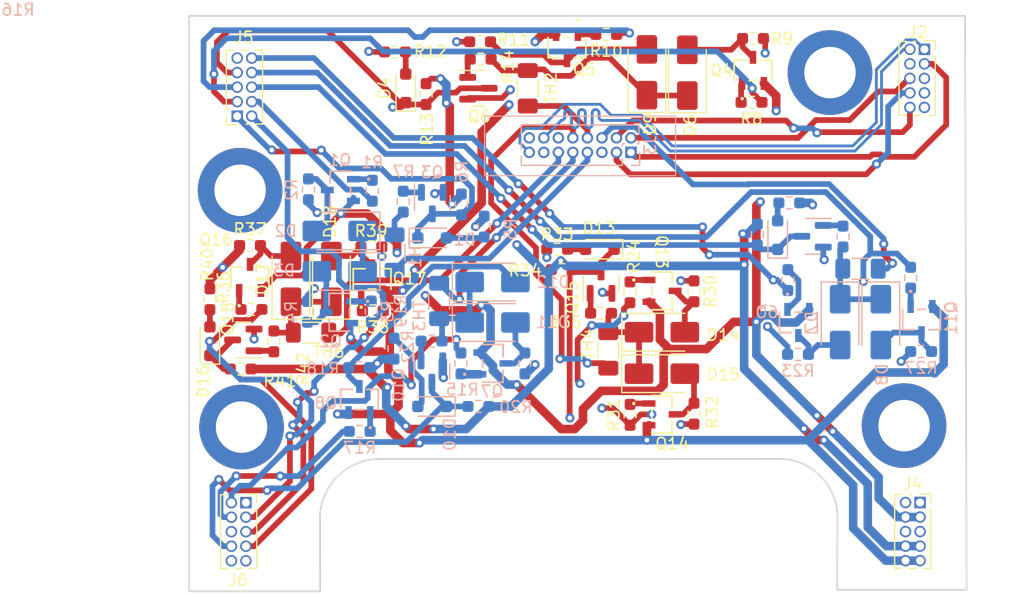
<source format=kicad_pcb>
(kicad_pcb (version 20221018) (generator pcbnew)
  (layers (0 "F.Cu" signal) (1 "In1.Cu" signal) (2 "In2.Cu" signal) (31 "B.Cu" signal) (34 "B.Paste" user) (35 "F.Paste" user) (36 "B.SilkS" user "B.Silkscreen") (37 "F.SilkS" user "F.Silkscreen") (38 "B.Mask" user) (39 "F.Mask" user) (44 "Edge.Cuts" user))
  (net 0 "")
  (net 1 "GPIO2_In")
  (net 2 "Net-(D1-A)")
  (net 3 "Net-(D2-K)")
  (net 4 "Net-(D2-A)")
  (net 5 "GPIO3_In")
  (net 6 "Net-(D3-A)")
  (net 7 "GPIO1_In")
  (net 8 "Net-(D4-A)")
  (net 9 "GND")
  (net 10 "+3.3V")
  (net 11 "+5V")
  (net 12 "Net-(D5-A)")
  (net 13 "Net-(D6-K)")
  (net 14 "Net-(D6-A)")
  (net 15 "Net-(D7-K)")
  (net 16 "Net-(D7-A)")
  (net 17 "Net-(D8-A)")
  (net 18 "Net-(D9-A)")
  (net 19 "GPIO4_In")
  (net 20 "Net-(D10-A)")
  (net 21 "Net-(D11-K)")
  (net 22 "Net-(D11-A)")
  (net 23 "Net-(D12-A)")
  (net 24 "GPIO5_In")
  (net 25 "Net-(D13-A)")
  (net 26 "Net-(D14-K)")
  (net 27 "Net-(D14-A)")
  (net 28 "Net-(D15-A)")
  (net 29 "GPIO6_In")
  (net 30 "Net-(D16-A)")
  (net 31 "Net-(D17-K)")
  (net 32 "Net-(D17-A)")
  (net 33 "Net-(D18-A)")
  (net 34 "GPIO1_out{slash}in")
  (net 35 "GPIO2_out{slash}in")
  (net 36 "GPIO3_out{slash}in")
  (net 37 "GPIO4_out{slash}in")
  (net 38 "GPIO5_out{slash}in")
  (net 39 "Net-(Q1-G)")
  (net 40 "GPIO6_out{slash}in")
  (net 41 "Net-(Q2-G)")
  (net 42 "GPIO1_5VOut")
  (net 43 "Net-(Q3-G)")
  (net 44 "GPIO1_12VOut")
  (net 45 "Net-(Q4-G)")
  (net 46 "GPIO2_5VOut")
  (net 47 "Net-(Q5-G)")
  (net 48 "Net-(Q6-G)")
  (net 49 "Net-(Q7-G)")
  (net 50 "Net-(Q8-G)")
  (net 51 "Net-(Q9-G)")
  (net 52 "GPIO2_12VOut")
  (net 53 "Net-(Q10-G)")
  (net 54 "GPIO3_5VOut")
  (net 55 "Net-(Q11-G)")
  (net 56 "GPIO3_12VOut")
  (net 57 "Net-(Q12-G)")
  (net 58 "GPIO4_5VOut")
  (net 59 "GPIO4_12VOut")
  (net 60 "GPIO5_12VOut")
  (net 61 "GPIO5_5VOut")
  (net 62 "GPIO6_12VOut")
  (net 63 "GPIO6_5VOut")
  (net 64 "+12V")
  (net 65 "Net-(Q13-G)")
  (net 66 "Net-(Q14-G)")
  (net 67 "Net-(Q15-G)")
  (net 68 "Net-(Q16-G)")
  (net 69 "Net-(Q17-G)")
  (net 70 "Net-(Q18-G)")
  (net 71 "Analog1_In")
  (net 72 "Analog0_In")
  (net 73 "Analog3_In")
  (net 74 "Analog2_In")
  (net 75 "+BATT")
  (net 76 "CAN1_N")
  (net 77 "CAN1_P")
  (footprint "Package_TO_SOT_SMD:SOT-23" (layer "F.Cu") (at 37.211 18.262)
    (fp_text reference "Q6")
    (fp_text value "2N7002")
  )
  (footprint "Diode_SMD:D_SOD-323_HandSoldering" (layer "F.Cu") (at 13.7425 40.366 90)
    (fp_text reference "D16")
    (fp_text value "Z 3.3V")
  )
  (footprint "Connector_PinSocket_1.27mm:PinSocket_2x05_P1.27mm_Vertical" (layer "F.Cu") (at 16.891 54.483)
    (fp_text reference "J6")
    (fp_text value "Conn_02x05_Top_Bottom")
  )
  (footprint "Resistor_SMD:R_0603_1608Metric_Pad0.98x0.95mm_HandSolder" (layer "F.Cu") (at 16.433 42.799)
    (fp_text reference "R41")
    (fp_text value "1kR 0603")
  )
  (footprint "Resistor_SMD:R_0603_1608Metric_Pad0.98x0.95mm_HandSolder" (layer "F.Cu") (at 29.9212 15.0876 180)
    (fp_text reference "R12")
    (fp_text value "100R 0603")
  )
  (footprint "Lukas:SOT23_527AG_ONS" (layer "F.Cu") (at 53.267 46.766 -90)
    (fp_text reference "Q14")
    (fp_text value "FDN352AP")
  )
  (footprint "Resistor_SMD:R_0603_1608Metric_Pad0.98x0.95mm_HandSolder" (layer "F.Cu") (at 32.639 18.77 90)
    (fp_text reference "R13")
    (fp_text value "1kR 0603")
  )
  (footprint "Diode_SMD:D_SMA" (layer "F.Cu") (at 55.477 16.896 90)
    (fp_text reference "D6")
    (fp_text value "B120-13-F")
  )
  (footprint "Resistor_SMD:R_0603_1608Metric_Pad0.98x0.95mm_HandSolder" (layer "F.Cu") (at 61.214 13.9059 180)
    (fp_text reference "R9")
    (fp_text value "10kR 0603")
  )
  (footprint "Resistor_SMD:R_0603_1608Metric_Pad0.98x0.95mm_HandSolder" (layer "F.Cu") (at 50.473 46.808499 90)
    (fp_text reference "R31")
    (fp_text value "1kR 0603")
  )
  (footprint "Resistor_SMD:R_0603_1608Metric_Pad0.98x0.95mm_HandSolder" (layer "F.Cu") (at 37.41 15.722)
    (fp_text reference "R14")
    (fp_text value "1kR 0603")
  )
  (footprint "Resistor_SMD:R_0603_1608Metric_Pad0.98x0.95mm_HandSolder" (layer "F.Cu") (at 47.933 37.9245)
    (fp_text reference "R35")
    (fp_text value "1kR 0603")
  )
  (footprint "Diode_SMD:D_SMA" (layer "F.Cu") (at 20.828 34.925 90)
    (fp_text reference "D17")
    (fp_text value "B120-13-F")
  )
  (footprint "Diode_SMD:D_SMA" (layer "F.Cu") (at 53.255 43.21)
    (fp_text reference "D15")
    (fp_text value "B120-13-F")
  )
  (footprint "Diode_SMD:D_SOD-323_HandSoldering" (layer "F.Cu") (at 47.826 32.3365 180)
    (fp_text reference "D13")
    (fp_text value "Z 3.3V")
  )
  (footprint "Resistor_SMD:R_0603_1608Metric_Pad0.98x0.95mm_HandSolder" (layer "F.Cu") (at 56.061 46.704999 90)
    (fp_text reference "R32")
    (fp_text value "10kR 0603")
  )
  (footprint "Resistor_SMD:R_0603_1608Metric_Pad0.98x0.95mm_HandSolder" (layer "F.Cu") (at 50.461 36.098 90)
    (fp_text reference "R24")
    (fp_text value "1kR 0603")
  )
  (footprint "Lukas:SOT23_527AG_ONS" (layer "F.Cu") (at 17.25 34.798)
    (fp_text reference "Q16")
    (fp_text value "FDN352AP")
  )
  (footprint "Resistor_SMD:R_0603_1608Metric_Pad0.98x0.95mm_HandSolder" (layer "F.Cu") (at 27.856999 32.131 180)
    (fp_text reference "R39")
    (fp_text value "10kR 0603")
  )
  (footprint "Resistor_SMD:R_0603_1608Metric_Pad0.98x0.95mm_HandSolder" (layer "F.Cu") (at 37.363 14.198)
    (fp_text reference "R11")
    (fp_text value "10kR 0603")
  )
  (footprint "Lukas:SOT23_527AG_ONS" (layer "F.Cu") (at 53.267 35.971 -90)
    (fp_text reference "Q13")
    (fp_text value "FDN352AP")
  )
  (footprint "Diode_SMD:D_SMA" (layer "F.Cu") (at 51.943 16.865 90)
    (fp_text reference "D9")
    (fp_text value "B120-13-F")
  )
  (footprint "Diode_SMD:D_SMA" (layer "F.Cu") (at 24.362 34.925 90)
    (fp_text reference "D18")
    (fp_text value "B120-13-F")
  )
  (footprint "Resistor_SMD:R_0603_1608Metric_Pad0.98x0.95mm_HandSolder" (layer "F.Cu") (at 17.25 32.004)
    (fp_text reference "R37")
    (fp_text value "10kR 0603")
  )
  (footprint "Resistor_SMD:R_0603_1608Metric_Pad0.98x0.95mm_HandSolder" (layer "F.Cu") (at 44.504 34.1145 180)
    (fp_text reference "R34")
    (fp_text value "1kR 0603")
  )
  (footprint "Resistor_SMD:R_0603_1608Metric_Pad0.98x0.95mm_HandSolder" (layer "F.Cu") (at 44.0995 32.3365 180)
    (fp_text reference "R33")
    (fp_text value "100R 0603")
  )
  (footprint "Diode_SMD:D_SOD-323_HandSoldering" (layer "F.Cu") (at 30.861 18.2655 90)
    (fp_text reference "D4")
    (fp_text value "Z 3.3V")
  )
  (footprint "Resistor_SMD:R_1206_3216Metric_Pad1.30x1.75mm_HandSolder" (layer "F.Cu") (at 22.584 39.624 180)
    (fp_text reference "TH6")
    (fp_text value "SMD1206B025TF")
  )
  (footprint "Resistor_SMD:R_0603_1608Metric_Pad0.98x0.95mm_HandSolder" (layer "F.Cu") (at 13.7425 36.703 90)
    (fp_text reference "R40")
    (fp_text value "100R 0603")
  )
  (footprint "Resistor_SMD:R_0603_1608Metric_Pad0.98x0.95mm_HandSolder" (layer "F.Cu") (at 61.087 19.4939 180)
    (fp_text reference "R8")
    (fp_text value "1kR 0603")
  )
  (footprint "Lukas:SOT23_527AG_ONS" (layer "F.Cu") (at 27.918 34.925)
    (fp_text reference "Q17")
    (fp_text value "FDN352AP")
  )
  (footprint "Resistor_SMD:R_0603_1608Metric_Pad0.98x0.95mm_HandSolder" (layer "F.Cu") (at 17.377 37.592 180)
    (fp_text reference "R36")
    (fp_text value "1kR 0603")
  )
  (footprint "Package_TO_SOT_SMD:SOT-23" (layer "F.Cu") (at 16.6635 40.259 180)
    (fp_text reference "Q18")
    (fp_text value "2N7002")
  )
  (footprint "Connector_PinSocket_1.27mm:PinSocket_2x05_P1.27mm_Vertical" (layer "F.Cu") (at 76.2 14.859)
    (fp_text reference "J2")
    (fp_text value "Conn_02x05_Top_Bottom")
  )
  (footprint "Connector_PinSocket_1.27mm:PinSocket_2x05_P1.27mm_Vertical" (layer "F.Cu") (at 16.129 20.701 180)
    (fp_text reference "J5")
    (fp_text value "Conn_02x05_Top_Bottom")
  )
  (footprint "Resistor_SMD:R_1206_3216Metric_Pad1.30x1.75mm_HandSolder" (layer "F.Cu") (at 41.529 18.262 90)
    (fp_text reference "TH2")
    (fp_text value "SMD1206B025TF")
  )
  (footprint "Diode_SMD:D_SMA" (layer "F.Cu") (at 53.255 39.584)
    (fp_text reference "D14")
    (fp_text value "B120-13-F")
  )
  (footprint "Resistor_SMD:R_0603_1608Metric_Pad0.98x0.95mm_HandSolder" (layer "F.Cu") (at 19.3305 40.386 90)
    (fp_text reference "R42")
    (fp_text value "1kR 0603")
  )
  (footprint "Connector_PinSocket_1.27mm:PinSocket_2x05_P1.27mm_Vertical" (layer "F.Cu") (at 75.819 54.473)
    (fp_text reference "J4")
    (fp_text value "Conn_02x05_Top_Bottom")
  )
  (footprint "Resistor_SMD:R_0603_1608Metric_Pad0.98x0.95mm_HandSolder" (layer "F.Cu") (at 48.387 13.563 180)
    (fp_text reference "R10")
    (fp_text value "1kR 0603")
  )
  (footprint "Lukas:SOT23_527AG_ONS" (layer "F.Cu") (at 44.958 14.706 180)
    (fp_text reference "Q5")
    (fp_text value "FDN352AP")
  )
  (footprint "Resistor_SMD:R_0603_1608Metric_Pad0.98x0.95mm_HandSolder" (layer "F.Cu") (at 27.983999 37.719 180)
    (fp_text reference "R38")
    (fp_text value "1kR 0603")
  )
  (footprint "Resistor_SMD:R_0603_1608Metric_Pad0.98x0.95mm_HandSolder" (layer "F.Cu") (at 56.061 36.008501 -90)
    (fp_text reference "R30")
    (fp_text value "10kR 0603")
  )
  (footprint "Package_TO_SOT_SMD:SOT-23" (layer "F.Cu") (at 47.933 35.2575 90)
    (fp_text reference "Q15")
    (fp_text value "2N7002")
  )
  (footprint "Resistor_SMD:R_1206_3216Metric_Pad1.30x1.75mm_HandSolder" (layer "F.Cu") (at 48.568 41.178 90)
    (fp_text reference "TH4")
    (fp_text value "SMD1206B025TF")
  )
  (footprint "Lukas:SOT23_527AG_ONS" (layer "F.Cu") (at 61.214 16.6999)
    (fp_text reference "Q4")
    (fp_text value "FDN352AP")
  )
  (footprint "Resistor_SMD:R_0603_1608Metric_Pad0.98x0.95mm_HandSolder" (layer "B.Cu") (at 41.275 42.313 90)
    (fp_text reference "R16")
    (fp_text value "10kR 0603")
  )
  (footprint "Resistor_SMD:R_0603_1608Metric_Pad0.98x0.95mm_HandSolder" (layer "B.Cu") (at 74.995999 34.8215 -90)
    (fp_text reference "R25" hide)
    (fp_text value "1kR 0603")
  )
  (footprint "Lukas:SOT23_527AG_ONS" (layer "B.Cu") (at 65.179101 38.735)
    (fp_text reference "Q9")
    (fp_text value "FDN352AP")
  )
  (footprint "Resistor_SMD:R_0603_1608Metric_Pad0.98x0.95mm_HandSolder" (layer "B.Cu") (at 27.8525 37.777 90)
    (fp_text reference "R3")
    (fp_text value "1kR 0603")
  )
  (footprint "Resistor_SMD:R_0603_1608Metric_Pad0.98x0.95mm_HandSolder" (layer "B.Cu") (at 22.3534 27.094999 90)
    (fp_text reference "R2")
    (fp_text value "10kR 0603")
  )
  (footprint "Resistor_SMD:R_0603_1608Metric_Pad0.98x0.95mm_HandSolder" (layer "B.Cu") (at 69.088 31.2255 -90)
    (fp_text reference "R29" hide)
    (fp_text value "1kR 0603")
  )
  (footprint "Resistor_SMD:R_0603_1608Metric_Pad0.98x0.95mm_HandSolder" (layer "B.Cu") (at 27.9414 27.221999 90)
    (fp_text reference "R1")
    (fp_text value "1kR 0603")
  )
  (footprint "Resistor_SMD:R_0603_1608Metric_Pad0.98x0.95mm_HandSolder" (layer "B.Cu") (at 26.7885 42.672 180)
    (fp_text reference "R18")
    (fp_text value "10kR 0603")
  )
  (footprint "Resistor_SMD:R_0603_1608Metric_Pad0.98x0.95mm_HandSolder" (layer "B.Cu") (at 75.908499 41.275)
    (fp_text reference "R27")
    (fp_text value "10kR 0603")
  )
  (footprint "Diode_SMD:D_SMA" (layer "B.Cu") (at 38.449 38.735)
    (fp_text reference "D11")
    (fp_text value "B120-13-F")
  )
  (footprint "Resistor_SMD:R_0603_1608Metric_Pad0.98x0.95mm_HandSolder" (layer "B.Cu") (at 26.8355 48.26)
    (fp_text reference "R17")
    (fp_text value "1kR 0603")
  )
  (footprint "Resistor_SMD:R_0603_1608Metric_Pad0.98x0.95mm_HandSolder" (layer "B.Cu") (at 35.7265 28.421 90)
    (fp_text reference "R6")
    (fp_text value "1kR 0603")
  )
  (footprint "Diode_SMD:D_SOD-323_HandSoldering" (layer "B.Cu") (at 33.167 46.0745 180)
    (fp_text reference "D10")
    (fp_text value "Z 3.3V")
  )
  (footprint "Connector_PinHeader_1.27mm:PinHeader_2x08_P1.27mm_Vertical" (layer "B.Cu") (at 50.551 23.866 90)
    (fp_text reference "J3")
    (fp_text value "WE 62702621621")
  )
  (footprint "Diode_SMD:D_SMA" (layer "B.Cu") (at 25.0905 34.268 180)
    (fp_text reference "D3")
    (fp_text value "B120-13-F")
  )
  (footprint "Resistor_SMD:R_0603_1608Metric_Pad0.98x0.95mm_HandSolder" (layer "B.Cu") (at 30.6465 28.172 -90)
    (fp_text reference "R7")
    (fp_text value "1kR 0603")
  )
  (footprint "Lukas:SOT23_527AG_ONS" (layer "B.Cu") (at 38.481 42.313 90)
    (fp_text reference "Q7")
    (fp_text value "FDN352AP")
  )
  (footprint "Resistor_SMD:R_0603_1608Metric_Pad0.98x0.95mm_HandSolder" (layer "B.Cu") (at 61.595 31.0515 90)
    (fp_text reference "R28" hide)
    (fp_text value "1kR 0603")
  )
  (footprint "Diode_SMD:D_SOD-323_HandSoldering" (layer "B.Cu") (at 63.373 31.095 90)
    (fp_text reference "D5" hide)
    (fp_text value "Z 3.3V")
  )
  (footprint "Diode_SMD:D_SOD-323_HandSoldering" (layer "B.Cu") (at 33.1665 31.347)
    (fp_text reference "D1")
    (fp_text value "Z 3.3V")
  )
  (footprint "Package_TO_SOT_SMD:SOT-23" (layer "B.Cu") (at 33.147 43.0265 -90)
    (fp_text reference "Q10")
    (fp_text value "2N7002")
  )
  (footprint "Lukas:SOT23_527AG_ONS" (layer "B.Cu") (at 25.0585 37.838001 -90)
    (fp_text reference "Q2")
    (fp_text value "FDN352AP")
  )
  (footprint "Resistor_SMD:R_0603_1608Metric_Pad0.98x0.95mm_HandSolder" (layer "B.Cu") (at 65.151 41.529)
    (fp_text reference "R23")
    (fp_text value "10kR 0603")
  )
  (footprint "Resistor_SMD:R_1206_3216Metric_Pad1.30x1.75mm_HandSolder" (layer "B.Cu") (at 70.612 34.036 180)
    (fp_text reference "TH5" hide)
    (fp_text value "SMD1206B025TF")
  )
  (footprint "Resistor_SMD:R_0603_1608Metric_Pad0.98x0.95mm_HandSolder" (layer "B.Cu") (at 29.845 41.021 -90)
    (fp_text reference "R19")
    (fp_text value "100R 0603")
  )
  (footprint "Resistor_SMD:R_0603_1608Metric_Pad0.98x0.95mm_HandSolder" (layer "B.Cu") (at 64.262 35.0285 90)
    (fp_text reference "R21" hide)
    (fp_text value "1kR 0603")
  )
  (footprint "Resistor_SMD:R_0603_1608Metric_Pad0.98x0.95mm_HandSolder" (layer "B.Cu") (at 37.211 46.0745)
    (fp_text reference "R20")
    (fp_text value "1kR 0603")
  )
  (footprint "Resistor_SMD:R_0603_1608Metric_Pad0.98x0.95mm_HandSolder" (layer "B.Cu") (at 35.687 42.313 -90)
    (fp_text reference "R15")
    (fp_text value "1kR 0603")
  )
  (footprint "Diode_SMD:D_SMA" (layer "B.Cu") (at 25.0905 30.734 180)
    (fp_text reference "D2")
    (fp_text value "B120-13-F")
  )
  (footprint "Resistor_SMD:R_1206_3216Metric_Pad1.30x1.75mm_HandSolder" (layer "B.Cu") (at 29.8845 32.617 90)
    (fp_text reference "TH1")
    (fp_text value "SMD1206B025TF")
  )
  (footprint "Diode_SMD:D_SMA" (layer "B.Cu") (at 38.449 35.201)
    (fp_text reference "D12")
    (fp_text value "B120-13-F")
  )
  (footprint "Resistor_SMD:R_1206_3216Metric_Pad1.30x1.75mm_HandSolder" (layer "B.Cu") (at 33.782 36.852 -90)
    (fp_text reference "TH3")
    (fp_text value "SMD1206B025TF")
  )
  (footprint "Lukas:SOT23_527AG_ONS" (layer "B.Cu") (at 25.1474 27.156 -90)
    (fp_text reference "Q1")
    (fp_text value "FDN352AP")
  )
  (footprint "Diode_SMD:D_SMA" (layer "B.Cu") (at 72.39 38.703 -90)
    (fp_text reference "D8")
    (fp_text value "B120-13-F")
  )
  (footprint "Package_TO_SOT_SMD:SOT-23" (layer "B.Cu") (at 33.1865 28.299 -90)
    (fp_text reference "Q3")
    (fp_text value "2N7002")
  )
  (footprint "Lukas:SOT23_527AG_ONS" (layer "B.Cu") (at 75.946 38.481)
    (fp_text reference "Q11")
    (fp_text value "FDN352AP")
  )
  (footprint "Lukas:SOT23_527AG_ONS" (layer "B.Cu") (at 26.812 45.466 180)
    (fp_text reference "Q8")
    (fp_text value "FDN352AP")
  )
  (footprint "Resistor_SMD:R_0603_1608Metric_Pad0.98x0.95mm_HandSolder" (layer "B.Cu") (at 22.2645 37.8005 -90)
    (fp_text reference "R4")
    (fp_text value "10kR 0603")
  )
  (footprint "Resistor_SMD:R_0603_1608Metric_Pad0.98x0.95mm_HandSolder" (layer "B.Cu") (at 33.1235 40.3595)
    (fp_text reference "R22")
    (fp_text value "1kR 0603")
  )
  (footprint "Diode_SMD:D_SMA" (layer "B.Cu") (at 68.834 38.703 -90)
    (fp_text reference "D7")
    (fp_text value "B120-13-F")
  )
  (footprint "Resistor_SMD:R_0603_1608Metric_Pad0.98x0.95mm_HandSolder" (layer "B.Cu") (at 64.389 28.281)
    (fp_text reference "R26" hide)
    (fp_text value "100R 0603")
  )
  (footprint "Package_TO_SOT_SMD:SOT-23" (layer "B.Cu") (at 66.421 31.202 180)
    (fp_text reference "Q12" hide)
    (fp_text value "2N7002")
  )
  (footprint "Resistor_SMD:R_0603_1608Metric_Pad0.98x0.95mm_HandSolder" (layer "B.Cu") (at 37.719 30.353 90)
    (fp_text reference "R5")
    (fp_text value "100R 0603")
  )
  (gr_rect (start 37.751 20.701) (end 54.451 25.901) (stroke (width 0.1)) (fill none) (layer "B.SilkS"))
  (gr_line locked (start 11.938 11.938) (end 11.938 62.23) (stroke (width 0.15)) (layer "Edge.Cuts"))
  (gr_line locked (start 68.58 62.103) (end 79.883 62.103) (stroke (width 0.15)) (layer "Edge.Cuts"))
  (gr_arc locked (start 23.368 55.989737) (mid 24.808768 52.281082) (end 28.448 50.673) (stroke (width 0.15)) (layer "Edge.Cuts"))
  (gr_line (start 11.938 62.23) (end 23.380611 62.23) (stroke (width 0.15)) (layer "Edge.Cuts"))
  (gr_line locked (start 23.380611 62.23) (end 23.368 55.989737) (stroke (width 0.15)) (layer "Edge.Cuts"))
  (gr_line locked (start 79.756 11.938) (end 11.938 11.938) (stroke (width 0.15)) (layer "Edge.Cuts"))
  (gr_line locked (start 68.592611 55.862737) (end 68.58 62.103) (stroke (width 0.15)) (layer "Edge.Cuts"))
  (gr_arc locked (start 63.558846 50.659547) (mid 67.160966 52.211242) (end 68.592611 55.862737) (stroke (width 0.15)) (layer "Edge.Cuts"))
  (gr_line locked (start 28.448 50.673) (end 63.558846 50.659546) (stroke (width 0.15)) (layer "Edge.Cuts"))
  (gr_line locked (start 79.883 62.103) (end 79.756 11.938) (stroke (width 0.15)) (layer "Edge.Cuts"))
  (segment (start 23.368 23.78531) (end 19.281228 23.78531) (width 0.5) (layer "F.Cu") (net 1))
  (segment (start 23.476846 23.676464) (end 23.368 23.78531) (width 0.5) (layer "F.Cu") (net 1))
  (segment (start 19.281228 23.78531) (end 19.147459 23.651541) (width 0.5) (layer "F.Cu") (net 1))
  (via (at 19.147459 23.651541) (size 0.8) (drill 0.4) (layers "F.Cu" "B.Cu") (net 1))
  (via (at 23.476846 23.676464) (size 0.8) (drill 0.4) (layers "F.Cu" "B.Cu") (net 1))
  (segment (start 35.6295 29.2365) (end 35.7265 29.3335) (width 0.5) (layer "B.Cu") (net 1))
  (segment (start 19.147459 23.651541) (end 19.006038 23.651541) (width 0.5) (layer "B.Cu") (net 1))
  (segment (start 25.073382 25.273) (end 28.702 25.273) (width 0.5) (layer "B.Cu") (net 1))
  (segment (start 36.6515 28.4085) (end 35.7265 29.3335) (width 0.5) (layer "B.Cu") (net 1))
  (segment (start 16.129 20.774503) (end 16.129 20.701) (width 0.5) (layer "B.Cu") (net 1))
  (segment (start 33.1865 29.2365) (end 35.6295 29.2365) (width 0.5) (layer "B.Cu") (net 1))
  (segment (start 36.6515 26.967146) (end 36.6515 28.4085) (width 0.5) (layer "B.Cu") (net 1))
  (segment (start 29.603 26.174) (end 35.858354 26.174) (width 0.5) (layer "B.Cu") (net 1))
  (segment (start 28.702 25.273) (end 29.603 26.174) (width 0.5) (layer "B.Cu") (net 1))
  (segment (start 35.858354 26.174) (end 36.6515 26.967146) (width 0.5) (layer "B.Cu") (net 1))
  (segment (start 19.006038 23.651541) (end 16.129 20.774503) (width 0.5) (layer "B.Cu") (net 1))
  (segment (start 31.9165 31.347) (end 31.9165 30.5065) (width 0.5) (layer "B.Cu") (net 1))
  (segment (start 23.476846 23.676464) (end 25.073382 25.273) (width 0.5) (layer "B.Cu") (net 1))
  (segment (start 31.9165 30.5065) (end 33.1865 29.2365) (width 0.5) (layer "B.Cu") (net 1))
  (segment (start 37.6375 31.347) (end 37.719 31.2655) (width 0.5) (layer "B.Cu") (net 2))
  (segment (start 34.4165 31.347) (end 37.6375 31.347) (width 0.5) (layer "B.Cu") (net 2))
  (segment (start 27.0905 34.268) (end 27.0905 30.734) (width 0.5) (layer "B.Cu") (net 3))
  (segment (start 27.0905 30.734) (end 29.5515 30.734) (width 0.5) (layer "B.Cu") (net 3))
  (segment (start 29.8845 29.8465) (end 30.6465 29.0845) (width 0.5) (layer "B.Cu") (net 3))
  (segment (start 29.8845 31.067) (end 29.8845 29.8465) (width 0.5) (layer "B.Cu") (net 3))
  (segment (start 29.5515 30.734) (end 29.8845 31.067) (width 0.5) (layer "B.Cu") (net 3))
  (segment (start 23.030899 26.182499) (end 24.0044 27.156) (width 0.5) (layer "B.Cu") (net 4))
  (segment (start 23.0905 30.734) (end 24.0044 29.8201) (width 0.5) (layer "B.Cu") (net 4))
  (segment (start 24.0044 29.8201) (end 24.0044 27.156) (width 0.5) (layer "B.Cu") (net 4))
  (segment (start 22.3534 26.182499) (end 23.030899 26.182499) (width 0.5) (layer "B.Cu") (net 4))
  (segment (start 29.718 19.913) (end 30.4635 19.913) (width 0.5) (layer "F.Cu") (net 5))
  (segment (start 31.028 19.6825) (end 30.861 19.5155) (width 0.5) (layer "F.Cu") (net 5))
  (segment (start 30.3105 19.5155) (end 24.003 13.208) (width 0.5) (layer "F.Cu") (net 5))
  (segment (start 35.252316 18.643) (end 33.6785 18.643) (width 0.5) (layer "F.Cu") (net 5))
  (segment (start 30.861 19.5155) (end 30.3105 19.5155) (width 0.5) (layer "F.Cu") (net 5))
  (segment (start 35.633316 18.262) (end 35.252316 18.643) (width 0.5) (layer "F.Cu") (net 5))
  (segment (start 14.351 16.002) (end 15.24 16.891) (width 0.5) (layer "F.Cu") (net 5))
  (segment (start 38.1485 18.262) (end 35.633316 18.262) (width 0.5) (layer "F.Cu") (net 5))
  (segment (start 33.6785 18.643) (end 32.639 19.6825) (width 0.5) (layer "F.Cu") (net 5))
  (segment (start 15.367 13.208) (end 14.351 14.224) (width 0.5) (layer "F.Cu") (net 5))
  (segment (start 30.4635 19.913) (end 30.861 19.5155) (width 0.5) (layer "F.Cu") (net 5))
  (segment (start 15.24 16.891) (end 16.129 16.891) (width 0.5) (layer "F.Cu") (net 5))
  (segment (start 32.639 19.6825) (end 31.028 19.6825) (width 0.5) (layer "F.Cu") (net 5))
  (segment (start 24.003 13.208) (end 15.367 13.208) (width 0.5) (layer "F.Cu") (net 5))
  (segment (start 14.351 14.224) (end 14.351 16.002) (width 0.5) (layer "F.Cu") (net 5))
  (via (at 29.718 19.913) (size 0.8) (drill 0.4) (layers "F.Cu" "B.Cu") (net 5))
  (segment (start 23.040501 38.713) (end 23.9155 37.838001) (width 0.5) (layer "B.Cu") (net 6))
  (segment (start 23.9155 37.838001) (end 23.9155 35.093) (width 0.5) (layer "B.Cu") (net 6))
  (segment (start 22.2645 38.713) (end 23.040501 38.713) (width 0.5) (layer "B.Cu") (net 6))
  (segment (start 23.9155 35.093) (end 23.0905 34.268) (width 0.5) (layer "B.Cu") (net 6))
  (segment (start 39.185131 27.882131) (end 41.909594 30.606594) (width 0.5) (layer "F.Cu") (net 7))
  (segment (start 39.173877 27.882131) (end 39.185131 27.882131) (width 0.5) (layer "F.Cu") (net 7))
  (via (at 41.909594 30.606594) (size 0.8) (drill 0.4) (layers "F.Cu" "B.Cu") (net 7))
  (via (at 39.173877 27.882131) (size 0.8) (drill 0.4) (layers "F.Cu" "B.Cu") (net 7))
  (segment (start 61.976 32.345) (end 61.595 31.964) (width 0.5) (layer "B.Cu") (net 7))
  (segment (start 39.173877 27.870877) (end 35.306 24.003) (width 0.5) (layer "B.Cu") (net 7))
  (segment (start 35.306 24.003) (end 29.083 24.003) (width 0.5) (layer "B.Cu") (net 7))
  (segment (start 63.373 32.345) (end 61.976 32.345) (width 0.5) (layer "B.Cu") (net 7))
  (segment (start 41.909594 30.606594) (end 43.267 31.964) (width 0.5) (layer "B.Cu") (net 7))
  (segment (start 43.267 31.964) (end 61.595 31.964) (width 0.5) (layer "B.Cu") (net 7))
  (segment (start 65.4835 31.202) (end 64.516 31.202) (width 0.5) (layer "B.Cu") (net 7))
  (segment (start 64.516 31.202) (end 63.373 32.345) (width 0.5) (layer "B.Cu") (net 7))
  (segment (start 29.083 24.003) (end 23.241 18.161) (width 0.5) (layer "B.Cu") (net 7))
  (segment (start 39.173877 27.882131) (end 39.173877 27.870877) (width 0.5) (layer "B.Cu") (net 7))
  (segment (start 23.241 18.161) (end 17.399 18.161) (width 0.5) (layer "B.Cu") (net 7))
  (segment (start 30.861 17.0155) (end 30.861 15.007) (width 0.5) (layer "F.Cu") (net 8))
  (segment (start 16.3375 32.004) (end 16.3375 32.4305) (width 0.75) (layer "F.Cu") (net 9))
  (segment (start 39.282 19.112) (end 40.005 18.389) (width 0.5) (layer "F.Cu") (net 9))
  (segment (start 43.187 33.048278) (end 43.191625 33.052903) (width 0.5) (layer "F.Cu") (net 9))
  (segment (start 62.2808 15.1892) (end 62.2808 14.0602) (width 0.5) (layer "F.Cu") (net 9))
  (segment (start 54.943501 47.617499) (end 54.906 47.655) (width 0.5) (layer "F.Cu") (net 9))
  (segment (start 48.883 36.195) (end 48.145 36.195) (width 0.5) (layer "F.Cu") (net 9))
  (segment (start 36.4505 14.198) (end 35.306 14.198) (width 0.5) (layer "F.Cu") (net 9))
  (segment (start 56.061 35.096001) (end 54.920001 35.096001) (width 0.5) (layer "F.Cu") (net 9))
  (segment (start 36.3735 19.112) (end 39.282 19.112) (width 0.5) (layer "F.Cu") (net 9))
  (segment (start 36.2735 19.212) (end 36.3735 19.112) (width 0.5) (layer "F.Cu") (net 9))
  (segment (start 43.187 32.3365) (end 43.187 33.048278) (width 0.5) (layer "F.Cu") (net 9))
  (segment (start 43.187 32.3365) (end 43.353645 32.3365) (width 0.5) (layer "F.Cu") (net 9))
  (segment (start 62.2808 14.0602) (end 62.1265 13.9059) (width 0.5) (layer "F.Cu") (net 9))
  (segment (start 28.769499 32.131) (end 28.769499 32.960499) (width 0.5) (layer "F.Cu") (net 9))
  (segment (start 56.061 47.617499) (end 54.943501 47.617499) (width 0.5) (layer "F.Cu") (net 9))
  (segment (start 29.0087 15.0876) (end 27.686 15.0876) (width 0.5) (layer "F.Cu") (net 9))
  (segment (start 13.7425 35.7905) (end 13.7425 35.0255) (width 0.75) (layer "F.Cu") (net 9))
  (segment (start 16.3375 32.4305) (end 14.859 33.909) (width 0.75) (layer "F.Cu") (net 9))
  (segment (start 48.145 36.195) (end 48.048 36.098) (width 0.5) (layer "F.Cu") (net 9))
  (segment (start 13.7425 35.0255) (end 14.859 33.909) (width 0.75) (layer "F.Cu") (net 9))
  (segment (start 17.601 39.309) (end 17.601 40.184) (width 0.5) (layer "F.Cu") (net 9))
  (segment (start 54.920001 35.096001) (end 54.906 35.082) (width 0.5) (layer "F.Cu") (net 9))
  (segment (start 27.686 15.0876) (end 27.6352 15.0368) (width 0.5) (layer "F.Cu") (net 9))
  (segment (start 17.526 40.259) (end 17.601 40.184) (width 0.5) (layer "F.Cu") (net 9))
  (via (at 28.36882 42.32068) (size 0.8) (drill 0.4) (layers "F.Cu" "B.Cu") (net 9))
  (via (at 62.2808 15.1892) (size 0.8) (drill 0.4) (layers "F.Cu" "B.Cu") (net 9))
  (via (at 40.005 18.389) (size 0.8) (drill 0.4) (layers "F.Cu" "B.Cu") (net 9))
  (via (at 14.859 33.909) (size 0.8) (drill 0.4) (layers "F.Cu" "B.Cu") (net 9))
  (via (at 35.306 14.198) (size 0.8) (drill 0.4) (layers "F.Cu" "B.Cu") (net 9))
  (via (at 54.906 35.082) (size 0.8) (drill 0.4) (layers "F.Cu" "B.Cu") (net 9))
  (via (at 74.168 42.132) (size 0.8) (drill 0.4) (layers "F.Cu" "B.Cu") (net 9))
  (via (at 33.4024 27.475999) (size 0.8) (drill 0.4) (layers "F.Cu" "B.Cu") (net 9))
  (via (at 43.191625 33.052903) (size 0.8) (drill 0.4) (layers "F.Cu" "B.Cu") (net 9))
  (via (at 42.164 42.418) (size 0.8) (drill 0.4) (layers "F.Cu" "B.Cu") (net 9))
  (via (at 27.6352 15.0368) (size 0.8) (drill 0.4) (layers "F.Cu" "B.Cu") (net 9))
  (via (at 67.945 16.891) (size 7.4) (drill 4.5) (layers "F.Cu" "B.Cu") (net 9))
  (via (at 36.957 30.353) (size 0.8) (drill 0.4) (layers "F.Cu" "B.Cu") (net 9))
  (via (at 74.422 47.752) (size 7.4) (drill 4.5) (layers "F.Cu" "B.Cu") (net 9))
  (via (at 17.601 40.184) (size 0.8) (drill 0.4) (layers "F.Cu" "B.Cu") (net 9))
  (via (at 34.163 43.561) (size 0.8) (drill 0.4) (layers "F.Cu" "B.Cu") (net 9))
  (via (at 66.421 28.448) (size 0.8) (drill 0.4) (layers "F.Cu" "B.Cu") (net 9))
  (via (at 16.51 47.879) (size 7.4) (drill 4.5) (layers "F.Cu" "B.Cu") (net 9))
  (via (at 48.048 36.098) (size 0.8) (drill 0.4) (layers "F.Cu" "B.Cu") (net 9))
  (via (at 54.906 47.655) (size 0.8) (drill 0.4) (layers "F.Cu" "B.Cu") (net 9))
  (via (at 22.876642 35.767668) (size 0.8) (drill 0.4) (layers "F.Cu" "B.Cu") (net 9))
  (via (at 62.484 39.084) (size 0.8) (drill 0.4) (layers "F.Cu" "B.Cu") (net 9))
  (via (at 23.1154 29.126999) (size 0.8) (drill 0.4) (layers "F.Cu" "B.Cu") (net 9))
  (via (at 28.769499 32.960499) (size 0.8) (drill 0.4) (layers "F.Cu" "B.Cu") (net 9))
  (via (at 16.383 27.178) (size 7.4) (drill 4.5) (layers "F.Cu" "B.Cu") (net 9))
  (via (at 67.437 33.242) (size 0.8) (drill 0.4) (layers "F.Cu" "B.Cu") (net 9))
  (segment (start 33.516899 27.3615) (end 33.4024 27.475999) (width 0.5) (layer "B.Cu") (net 9))
  (segment (start 74.995999 41.304001) (end 74.168 42.132) (width 0.5) (layer "B.Cu") (net 9))
  (segment (start 37.719 29.591) (end 36.957 30.353) (width 0.75) (layer "B.Cu") (net 9))
  (segment (start 62.484 39.084) (end 64.2385 40.8385) (width 0.5) (layer "B.Cu") (net 9))
  (segment (start 22.3534 28.007499) (end 22.3534 28.364999) (width 0.5) (layer "B.Cu") (net 9))
  (segment (start 34.097 42.089) (end 34.097 43.495) (width 0.75) (layer "B.Cu") (net 9))
  (segment (start 66.254 28.281) (end 66.421 28.448) (width 0.75) (layer "B.Cu") (net 9))
  (segment (start 67.3585 33.1635) (end 67.437 33.242) (width 0.5) (layer "B.Cu") (net 9))
  (segment (start 41.275 43.2255) (end 41.3565 43.2255) (width 0.75) (layer "B.Cu") (net 9))
  (segment (start 22.876642 35.767668) (end 22.2645 36.37981) (width 0.5) (layer "B.Cu") (net 9))
  (segment (start 28.756 41.9335) (end 29.845 41.9335) (width 0.75) (layer "B.Cu") (net 9))
  (segment (start 28.0175 42.672) (end 28.756 41.9335) (width 0.75) (layer "B.Cu") (net 9))
  (segment (start 22.3534 28.364999) (end 23.1154 29.126999) (width 0.5) (layer "B.Cu") (net 9))
  (segment (start 28.36882 42.32068) (end 28.756 41.9335) (width 0.75) (layer "B.Cu") (net 9))
  (segment (start 67.3585 32.152) (end 67.3585 33.1635) (width 0.5) (layer "B.Cu") (net 9))
  (segment (start 64.2385 40.8385) (end 64.2385 41.529) (width 0.5) (layer "B.Cu") (net 9))
  (segment (start 65.3015 28.281) (end 66.254 28.281) (width 0.75) (layer "B.Cu") (net 9))
  (segment (start 34.1365 27.3615) (end 33.516899 27.3615) (width 0.5) (layer "B.Cu") (net 9))
  (segment (start 37.719 29.4405) (end 37.719 29.591) (width 0.75) (layer "B.Cu") (net 9))
  (segment (start 22.2645 36.37981) (end 22.2645 36.888) (width 0.5) (layer "B.Cu") (net 9))
  (segment (start 74.995999 41.275) (end 74.995999 41.304001) (width 0.5) (layer "B.Cu") (net 9))
  (segment (start 34.097 43.495) (end 34.163 43.561) (width 0.75) (layer "B.Cu") (net 9))
  (segment (start 27.701 42.672) (end 28.0175 42.672) (width 0.75) (layer "B.Cu") (net 9))
  (segment (start 41.3565 43.2255) (end 42.164 42.418) (width 0.75) (layer "B.Cu") (net 9))
  (segment (start 34.925 28.3865) (end 34.708 28.1695) (width 0.75) (layer "F.Cu") (net 10))
  (segment (start 27.468281 42.799) (end 17.3455 42.799) (width 0.75) (layer "F.Cu") (net 10))
  (segment (start 29.251 44.3992) (end 29.068481 44.3992) (width 0.75) (layer "F.Cu") (net 10))
  (segment (start 34.708 19.849) (end 34.417 19.558) (width 0.75) (layer "F.Cu") (net 10))
  (segment (start 33.291135 48.047947) (end 31.130947 48.047947) (width 0.75) (layer "F.Cu") (net 10))
  (segment (start 33.068392 17.428108) (end 32.639 17.8575) (width 0.5) (layer "F.Cu") (net 10))
  (segment (start 34.708 28.1695) (end 34.708 19.849) (width 0.75) (layer "F.Cu") (net 10))
  (segment (start 43.637045 34.1145) (end 44.411871 33.339674) (width 0.5) (layer "F.Cu") (net 10))
  (segment (start 60.442959 31.105959) (end 60.325 30.988) (width 0.75) (layer "F.Cu") (net 10))
  (segment (start 60.442959 33.673041) (end 60.442959 31.105959) (width 0.75) (layer "F.Cu") (net 10))
  (segment (start 66.675 49.022) (end 65.66807 48.01507) (width 0.75) (layer "F.Cu") (net 10))
  (segment (start 29.068481 44.3992) (end 27.468281 42.799) (width 0.75) (layer "F.Cu") (net 10))
  (segment (start 31.130947 48.047947) (end 30.861 47.778) (width 0.75) (layer "F.Cu") (net 10))
  (segment (start 43.5915 34.1145) (end 43.637045 34.1145) (width 0.5) (layer "F.Cu") (net 10))
  (segment (start 67.41886 49.022) (end 66.675 49.022) (width 0.75) (layer "F.Cu") (net 10))
  (segment (start 33.894801 17.428108) (end 33.068392 17.428108) (width 0.5) (layer "F.Cu") (net 10))
  (via (at 60.442959 33.673041) (size 0.8) (drill 0.4) (layers "F.Cu" "B.Cu") (net 10))
  (via (at 65.66807 48.01507) (size 0.8) (drill 0.4) (layers "F.Cu" "B.Cu") (net 10))
  (via (at 34.925 28.3865) (size 0.8) (drill 0.4) (layers "F.Cu" "B.Cu") (net 10))
  (via (at 33.894801 17.428108) (size 0.8) (drill 0.4) (layers "F.Cu" "B.Cu") (net 10))
  (via (at 33.291135 48.047947) (size 0.8) (drill 0.4) (layers "F.Cu" "B.Cu") (net 10))
  (via (at 40.576094 31.940094) (size 0.8) (drill 0.4) (layers "F.Cu" "B.Cu") (net 10))
  (via (at 60.325 30.988) (size 0.8) (drill 0.4) (layers "F.Cu" "B.Cu") (net 10))
  (via (at 29.251 44.3992) (size 0.8) (drill 0.4) (layers "F.Cu" "B.Cu") (net 10))
  (via (at 34.417 19.558) (size 0.8) (drill 0.4) (layers "F.Cu" "B.Cu") (net 10))
  (via (at 67.41886 49.022) (size 0.8) (drill 0.4) (layers "F.Cu" "B.Cu") (net 10))
  (via (at 30.861 47.778) (size 0.8) (drill 0.4) (layers "F.Cu" "B.Cu") (net 10))
  (via (at 44.411871 33.339674) (size 0.8) (drill 0.4) (layers "F.Cu" "B.Cu") (net 10))
  (segment (start 71.247 56.642) (end 71.247 52.85014) (width 0.75) (layer "B.Cu") (net 10))
  (segment (start 60.327 33.789) (end 60.442959 33.673041) (width 0.75) (layer "B.Cu") (net 10))
  (segment (start 29.251 44.3992) (end 29.1592 44.491) (width 0.75) (layer "B.Cu") (net 10))
  (segment (start 60.746 30.988) (end 61.595 30.139) (width 0.75) (layer "B.Cu") (net 10))
  (segment (start 71.247 52.85014) (end 67.41886 49.022) (width 0.75) (layer "B.Cu") (net 10))
  (segment (start 72.888 58.283) (end 71.247 56.642) (width 0.75) (layer "B.Cu") (net 10))
  (segment (start 34.417 19.558) (end 34.417 17.950307) (width 0.75) (layer "B.Cu") (net 10))
  (segment (start 43.023545 34.387545) (end 40.576094 31.940094) (width 0.75) (layer "B.Cu") (net 10))
  (segment (start 44.861197 33.789) (end 60.327 33.789) (width 0.75) (layer "B.Cu") (net 10))
  (segment (start 38.1235 46.0745) (end 36.150053 48.047947) (width 0.75) (layer "B.Cu") (net 10))
  (segment (start 60.442959 42.789959) (end 60.442959 33.673041) (width 0.75) (layer "B.Cu") (net 10))
  (segment (start 35.7265 27.585) (end 34.925 28.3865) (width 0.75) (layer "B.Cu") (net 10))
  (segment (start 60.325 30.988) (end 60.746 30.988) (width 0.75) (layer "B.Cu") (net 10))
  (segment (start 75.819 58.283) (end 72.888 58.283) (width 0.75) (layer "B.Cu") (net 10))
  (segment (start 65.66807 48.01507) (end 60.442959 42.789959) (width 0.75) (layer "B.Cu") (net 10))
  (segment (start 38.1235 46.0745) (end 40.06913 46.0745) (width 0.75) (layer "B.Cu") (net 10))
  (segment (start 35.7265 27.5085) (end 35.7265 27.585) (width 0.75) (layer "B.Cu") (net 10))
  (segment (start 43.364 42.77963) (end 43.364 34.387545) (width 0.75) (layer "B.Cu") (net 10))
  (segment (start 36.150053 48.047947) (end 33.291135 48.047947) (width 0.75) (layer "B.Cu") (net 10))
  (segment (start 44.411871 33.339674) (end 44.861197 33.789) (width 0.75) (layer "B.Cu") (net 10))
  (segment (start 34.417 17.950307) (end 33.894801 17.428108) (width 0.75) (layer "B.Cu") (net 10))
  (segment (start 43.364 34.387545) (end 43.023545 34.387545) (width 0.75) (layer "B.Cu") (net 10))
  (segment (start 43.364 34.387545) (end 44.411871 33.339674) (width 0.75) (layer "B.Cu") (net 10))
  (segment (start 29.1592 44.491) (end 29.1592 46.0762) (width 0.75) (layer "B.Cu") (net 10))
  (segment (start 40.06913 46.0745) (end 43.364 42.77963) (width 0.75) (layer "B.Cu") (net 10))
  (segment (start 29.1592 46.0762) (end 30.861 47.778) (width 0.75) (layer "B.Cu") (net 10))
  (segment (start 29.34382 42.26118) (end 29.516 42.089) (width 0.75) (layer "F.Cu") (net 11))
  (segment (start 30.602613 49.271613) (end 29.516 48.185) (width 0.75) (layer "F.Cu") (net 11))
  (segment (start 29.34382 42.970972) (end 29.34382 42.26118) (width 0.75) (layer "F.Cu") (net 11))
  (segment (start 37.498877 28.287123) (end 31.623 34.163) (width 0.75) (layer "F.Cu") (net 11))
  (segment (start 29.516 46.736) (end 24.892 46.736) (width 0.75) (layer "F.Cu") (net 11))
  (segment (start 30.226 46.026) (end 30.226 43.853152) (width 0.75) (layer "F.Cu") (net 11))
  (segment (start 39.894541 19.701541) (end 37.498877 22.097205) (width 0.75) (layer "F.Cu") (net 11))
  (segment (start 32.066409 49.271613) (end 30.602613 49.271613) (width 0.75) (layer "F.Cu") (net 11))
  (segment (start 26.0364 40.242259) (end 26.0364 40.048999) (width 0.75) (layer "F.Cu") (net 11))
  (segment (start 29.464 42.037) (end 29.464 38.794629) (width 0.75) (layer "F.Cu") (net 11))
  (segment (start 29.464 38.794629) (end 29.958999 38.29963) (width 0.75) (layer "F.Cu") (net 11))
  (segment (start 28.995001 35.941) (end 28.868001 36.068) (width 0.75) (layer "F.Cu") (net 11))
  (segment (start 27.069141 41.275) (end 26.0364 40.242259) (width 0.75) (layer "F.Cu") (net 11))
  (segment (start 42.799 13.563) (end 42.164 14.198) (width 0.75) (layer "F.Cu") (net 11))
  (segment (start 30.607 35.941) (end 28.995001 35.941) (width 0.75) (layer "F.Cu") (net 11))
  (segment (start 29.516 46.736) (end 30.226 46.026) (width 0.75) (layer "F.Cu") (net 11))
  (segment (start 28.702 41.275) (end 27.069141 41.275) (width 0.75) (layer "F.Cu") (net 11))
  (segment (start 29.958999 38.29963) (end 29.958999 37.13837) (width 0.75) (layer "F.Cu") (net 11))
  (segment (start 28.888629 36.068) (end 28.868001 36.068) (width 0.75) (layer "F.Cu") (net 11))
  (segment (start 29.516 48.185) (end 29.516 46.736) (width 0.75) (layer "F.Cu") (net 11))
  (segment (start 37.498877 22.097205) (end 37.498877 28.287123) (width 0.75) (layer "F.Cu") (net 11))
  (segment (start 30.226 43.853152) (end 29.34382 42.970972) (width 0.75) (layer "F.Cu") (net 11))
  (segment (start 29.516 42.089) (end 28.702 41.275) (width 0.75) (layer "F.Cu") (net 11))
  (segment (start 44.007999 13.563) (end 42.799 13.563) (width 0.75) (layer "F.Cu") (net 11))
  (segment (start 51.943 49.022) (end 51.943 47.897001) (width 0.75) (layer "F.Cu") (net 11))
  (segment (start 29.958999 37.13837) (end 28.888629 36.068) (width 0.75) (layer "F.Cu") (net 11))
  (segment (start 29.516 42.089) (end 29.464 42.037) (width 0.75) (layer "F.Cu") (net 11))
  (segment (start 51.943 47.897001) (end 52.124 47.716001) (width 0.75) (layer "F.Cu") (net 11))
  (via (at 24.892 46.736) (size 0.8) (drill 0.4) (layers "F.Cu" "B.Cu") (net 11))
  (via (at 26.0364 40.048999) (size 0.8) (drill 0.4) (layers "F.Cu" "B.Cu") (net 11))
  (via (at 42.164 14.198) (size 0.8) (drill 0.4) (layers "F.Cu" "B.Cu") (net 11))
  (via (at 51.943 49.022) (size 0.8) (drill 0.4) (layers "F.Cu" "B.Cu") (net 11))
  (via (at 39.894541 19.701541) (size 0.8) (drill 0.4) (layers "F.Cu" "B.Cu") (net 11))
  (via (at 30.607 35.941) (size 0.8) (drill 0.4) (layers "F.Cu" "B.Cu") (net 11))
  (via (at 31.623 34.163) (size 0.8) (drill 0.4) (layers "F.Cu" "B.Cu") (net 11))
  (via (at 32.066409 49.271613) (size 0.8) (drill 0.4) (layers "F.Cu" "B.Cu") (net 11))
  (segment (start 32.316022 49.022) (end 51.943 49.022) (width 0.75) (layer "B.Cu") (net 11))
  (segment (start 77.016 43.107) (end 77.089 43.18) (width 0.75) (layer "B.Cu") (net 11))
  (segment (start 24.892 46.736) (end 25.734999 46.736) (width 0.75) (layer "B.Cu") (net 11))
  (segment (start 31.623 34.925) (end 30.607 35.941) (width 0.75) (layer "B.Cu") (net 11))
  (segment (start 26.0364 40.048999) (end 26.0364 38.953102) (width 0.5) (layer "B.Cu") (net 11))
  (segment (start 25.734999 46.736) (end 25.861999 46.609) (width 0.75) (layer "B.Cu") (net 11))
  (segment (start 77.883499 42.385501) (end 77.883499 38.325498) (width 0.75) (layer "B.Cu") (net 11))
  (segment (start 77.089 43.18) (end 77.883499 42.385501) (width 0.75) (layer "B.Cu") (net 11))
  (segment (start 77.883499 38.325498) (end 76.896001 37.338) (width 0.75) (layer "B.Cu") (net 11))
  (segment (start 71.955 43.107) (end 77.016 43.107) (width 0.75) (layer "B.Cu") (net 11))
  (segment (start 69.975504 52.957504) (end 66.04 49.022) (width 0.75) (layer "B.Cu") (net 11))
  (segment (start 72.814498 59.553) (end 69.975504 56.714006) (width 0.75) (layer "B.Cu") (net 11))
  (segment (start 32.066409 49.271613) (end 32.316022 49.022) (width 0.75) (layer "B.Cu") (net 11))
  (segment (start 26.0364 38.953102) (end 26.2015 38.788002) (width 0.5) (layer "B.Cu") (net 11))
  (segment (start 66.04 49.022) (end 51.943 49.022) (width 0.75) (layer "B.Cu") (net 11))
  (segment (start 75.819 59.553) (end 72.814498 59.553) (width 0.75) (layer "B.Cu") (net 11))
  (segment (start 69.975504 56.714006) (end 69.975504 52.957504) (width 0.75) (layer "B.Cu") (net 11))
  (segment (start 66.04 49.022) (end 71.955 43.107) (width 0.75) (layer "B.Cu") (net 11))
  (segment (start 31.623 34.163) (end 31.623 34.925) (width 0.75) (layer "B.Cu") (net 11))
  (segment (start 63.373 29.845) (end 63.373 28.3845) (width 0.5) (layer "B.Cu") (net 12))
  (segment (start 63.373 28.3845) (end 63.4765 28.281) (width 0.5) (layer "B.Cu") (net 12))
  (segment (start 51.943 18.865) (end 48.673 15.595) (width 0.5) (layer "F.Cu") (net 13))
  (segment (start 39.3125 16.712) (end 38.3225 15.722) (width 0.5) (layer "F.Cu") (net 13))
  (segment (start 42.939024 16.611) (end 41.63 16.611) (width 0.5) (layer "F.Cu") (net 13))
  (segment (start 41.529 16.712) (end 39.3125 16.712) (width 0.5) (layer "F.Cu") (net 13))
  (segment (start 43.505917 17.177893) (end 42.939024 16.611) (width 0.5) (layer "F.Cu") (net 13))
  (segment (start 41.63 16.611) (end 41.529 16.712) (width 0.5) (layer "F.Cu") (net 13))
  (segment (start 55.477 18.896) (end 51.974 18.896) (width 0.5) (layer "F.Cu") (net 13))
  (segment (start 45.322012 17.177893) (end 43.505917 17.177893) (width 0.5) (layer "F.Cu") (net 13))
  (segment (start 51.974 18.896) (end 51.943 18.865) (width 0.5) (layer "F.Cu") (net 13))
  (segment (start 46.904905 15.595) (end 45.616047 16.883858) (width 0.5) (layer "F.Cu") (net 13))
  (segment (start 48.673 15.595) (end 46.904905 15.595) (width 0.5) (layer "F.Cu") (net 13))
  (segment (start 45.616047 16.883858) (end 45.322012 17.177893) (width 0.5) (layer "F.Cu") (net 13))
  (segment (start 60.3015 14.6444) (end 61.214 15.5569) (width 0.5) (layer "F.Cu") (net 14))
  (segment (start 59.3114 14.896) (end 60.3015 13.9059) (width 0.5) (layer "F.Cu") (net 14))
  (segment (start 55.477 14.896) (end 59.3114 14.896) (width 0.5) (layer "F.Cu") (net 14))
  (segment (start 60.3015 13.9059) (end 60.3015 14.6444) (width 0.5) (layer "F.Cu") (net 14))
  (segment (start 68.834 36.703) (end 68.834 32.392) (width 0.5) (layer "B.Cu") (net 15))
  (segment (start 72.39 36.703) (end 68.834 36.703) (width 0.5) (layer "B.Cu") (net 15))
  (segment (start 68.834 32.392) (end 69.088 32.138) (width 0.5) (layer "B.Cu") (net 15))
  (segment (start 66.0635 40.762399) (end 65.179101 39.878) (width 0.5) (layer "B.Cu") (net 16))
  (segment (start 66.8895 40.703) (end 66.0635 41.529) (width 0.5) (layer "B.Cu") (net 16))
  (segment (start 68.834 40.703) (end 66.8895 40.703) (width 0.5) (layer "B.Cu") (net 16))
  (segment (start 66.0635 41.529) (end 66.0635 40.762399) (width 0.5) (layer "B.Cu") (net 16))
  (segment (start 75.946 39.624) (end 75.946 40.400001) (width 0.5) (layer "B.Cu") (net 17))
  (segment (start 73.469 39.624) (end 72.39 40.703) (width 0.5) (layer "B.Cu") (net 17))
  (segment (start 75.946 40.400001) (end 76.820999 41.275) (width 0.5) (layer "B.Cu") (net 17))
  (segment (start 75.946 39.624) (end 73.469 39.624) (width 0.5) (layer "B.Cu") (net 17))
  (segment (start 39.4185 15.341) (end 42.926 15.341) (width 0.5) (layer "F.Cu") (net 18))
  (segment (start 38.2755 14.198) (end 39.4185 15.341) (width 0.5) (layer "F.Cu") (net 18))
  (segment (start 45.942 14.865) (end 44.958 15.849) (width 0.5) (layer "F.Cu") (net 18))
  (segment (start 51.943 14.865) (end 45.942 14.865) (width 0.5) (layer "F.Cu") (net 18))
  (segment (start 42.926 15.341) (end 43.587 16.002) (width 0.5) (layer "F.Cu") (net 18))
  (segment (start 43.587 16.002) (end 44.805 16.002) (width 0.5) (layer "F.Cu") (net 18))
  (segment (start 44.805 16.002) (end 44.958 15.849) (width 0.5) (layer "F.Cu") (net 18))
  (segment (start 15.4666 53.410012) (end 14.525312 52.468724) (width 0.5) (layer "F.Cu") (net 19))
  (segment (start 18.739012 53.410012) (end 15.4666 53.410012) (width 0.5) (layer "F.Cu") (net 19))
  (via (at 14.525312 52.468724) (size 0.8) (drill 0.4) (layers "F.Cu" "B.Cu") (net 19))
  (via (at 18.739012 53.410012) (size 0.8) (drill 0.4) (layers "F.Cu" "B.Cu") (net 19))
  (segment (start 30.9139 49.185) (end 34.0244 46.0745) (width 0.5) (layer "B.Cu") (net 19))
  (segment (start 25.432564 49.185) (end 30.9139 49.185) (width 0.5) (layer "B.Cu") (net 19))
  (segment (start 18.920274 53.22875) (end 21.388814 53.22875) (width 0.5) (layer "B.Cu") (net 19))
  (segment (start 13.971 53.023036) (end 14.525312 52.468724) (width 0.5) (layer "B.Cu") (net 19))
  (segment (start 34.417 46.0745) (end 36.2985 46.0745) (width 0.5) (layer "B.Cu") (net 19))
  (segment (start 13.971 57.350106) (end 13.971 53.023036) (width 0.5) (layer "B.Cu") (net 19))
  (segment (start 33.147 43.964) (end 33.147 44.8045) (width 0.5) (layer "B.Cu") (net 19))
  (segment (start 18.739012 53.410012) (end 18.920274 53.22875) (width 0.5) (layer "B.Cu") (net 19))
  (segment (start 15.621 58.293) (end 14.913894 58.293) (width 0.5) (layer "B.Cu") (net 19))
  (segment (start 34.0244 46.0745) (end 34.417 46.0745) (width 0.5) (layer "B.Cu") (net 19))
  (segment (start 33.147 44.8045) (end 34.417 46.0745) (width 0.5) (layer "B.Cu") (net 19))
  (segment (start 21.388814 53.22875) (end 25.432564 49.185) (width 0.5) (layer "B.Cu") (net 19))
  (segment (start 14.913894 58.293) (end 13.971 57.350106) (width 0.5) (layer "B.Cu") (net 19))
  (segment (start 31.447 42.929184) (end 31.447 41.7105) (width 0.5) (layer "B.Cu") (net 20))
  (segment (start 31.917 46.0745) (end 32.258 45.7335) (width 0.5) (layer "B.Cu") (net 20))
  (segment (start 32.258 43.740184) (end 31.447 42.929184) (width 0.5) (layer "B.Cu") (net 20))
  (segment (start 32.258 45.7335) (end 32.258 43.740184) (width 0.5) (layer "B.Cu") (net 20))
  (segment (start 31.447 41.7105) (end 29.845 40.1085) (width 0.5) (layer "B.Cu") (net 20))
  (segment (start 36.449 35.201) (end 36.449 38.735) (width 0.5) (layer "B.Cu") (net 21))
  (segment (start 34.036 40.3595) (end 34.036 38.656) (width 0.5) (layer "B.Cu") (net 21))
  (segment (start 34.036 38.656) (end 33.782 38.402) (width 0.5) (layer "B.Cu") (net 21))
  (segment (start 36.116 38.402) (end 36.449 38.735) (width 0.5) (layer "B.Cu") (net 21))
  (segment (start 33.782 38.402) (end 36.116 38.402) (width 0.5) (layer "B.Cu") (net 21))
  (segment (start 40.449 40.5745) (end 41.275 41.4005) (width 0.5) (layer "B.Cu") (net 22))
  (segment (start 39.624 42.313) (end 40.3625 42.313) (width 0.5) (layer "B.Cu") (net 22))
  (segment (start 40.3625 42.313) (end 41.275 41.4005) (width 0.5) (layer "B.Cu") (net 22))
  (segment (start 40.449 38.735) (end 40.449 40.5745) (width 0.5) (layer "B.Cu") (net 22))
  (segment (start 32.448 35.302082) (end 31.115 36.635082) (width 0.5) (layer "B.Cu") (net 23))
  (segment (start 25.876 42.672) (end 25.876 43.387) (width 0.5) (layer "B.Cu") (net 23))
  (segment (start 25.876 43.387) (end 26.812 44.323) (width 0.5) (layer "B.Cu") (net 23))
  (segment (start 39.099 33.851) (end 33.211122 33.851) (width 0.5) (layer "B.Cu") (net 23))
  (segment (start 32.448 34.614122) (end 32.448 35.302082) (width 0.5) (layer "B.Cu") (net 23))
  (segment (start 40.449 35.201) (end 39.099 33.851) (width 0.5) (layer "B.Cu") (net 23))
  (segment (start 25.876 42.611146) (end 25.876 42.672) (width 0.5) (layer "B.Cu") (net 23))
  (segment (start 31.115 37.372146) (end 25.876 42.611146) (width 0.5) (layer "B.Cu") (net 23))
  (segment (start 33.211122 33.851) (end 32.448 34.614122) (width 0.5) (layer "B.Cu") (net 23))
  (segment (start 31.115 36.635082) (end 31.115 37.372146) (width 0.5) (layer "B.Cu") (net 23))
  (segment (start 47.933 34.32) (end 45.622 34.32) (width 0.5) (layer "F.Cu") (net 24))
  (segment (start 45.189 47.055) (end 45.189 34.342) (width 0.5) (layer "F.Cu") (net 24))
  (segment (start 47.933 34.32) (end 47.933 33.4795) (width 0.5) (layer "F.Cu") (net 24))
  (segment (start 47.933 33.4795) (end 49.076 32.3365) (width 0.5) (layer "F.Cu") (net 24))
  (segment (start 45.622 34.32) (end 45.4165 34.1145) (width 0.5) (layer "F.Cu") (net 24))
  (segment (start 45.212 47.078) (end 45.189 47.055) (width 0.5) (layer "F.Cu") (net 24))
  (segment (start 45.189 34.342) (end 45.4165 34.1145) (width 0.5) (layer "F.Cu") (net 24))
  (via (at 45.212 47.078) (size 0.8) (drill 0.4) (layers "F.Cu" "B.Cu") (net 24))
  (segment (start 45.012 32.3365) (end 46.576 32.3365) (width 0.5) (layer "F.Cu") (net 25))
  (segment (start 51.255 39.584) (end 48.612 39.584) (width 0.5) (layer "F.Cu") (net 26))
  (segment (start 51.255 43.21) (end 51.255 39.584) (width 0.5) (layer "F.Cu") (net 26))
  (segment (start 48.612 39.584) (end 48.568 39.628) (width 0.5) (layer "F.Cu") (net 26))
  (segment (start 48.568 39.628) (end 48.568 38.202) (width 0.5) (layer "F.Cu") (net 26))
  (segment (start 48.568 38.202) (end 48.8455 37.9245) (width 0.5) (layer "F.Cu") (net 26))
  (segment (start 55.360001 36.921001) (end 54.41 35.971) (width 0.5) (layer "F.Cu") (net 27))
  (segment (start 55.255 37.727001) (end 56.061 36.921001) (width 0.5) (layer "F.Cu") (net 27))
  (segment (start 55.255 39.584) (end 55.255 37.727001) (width 0.5) (layer "F.Cu") (net 27))
  (segment (start 56.061 36.921001) (end 55.360001 36.921001) (width 0.5) (layer "F.Cu") (net 27))
  (segment (start 54.41 46.766) (end 55.087499 46.766) (width 0.5) (layer "F.Cu") (net 28))
  (segment (start 55.087499 46.766) (end 56.061 45.792499) (width 0.5) (layer "F.Cu") (net 28))
  (segment (start 56.061 44.016) (end 55.255 43.21) (width 0.5) (layer "F.Cu") (net 28))
  (segment (start 56.061 45.792499) (end 56.061 44.016) (width 0.5) (layer "F.Cu") (net 28))
  (segment (start 14.369 41.616) (end 15.726 40.259) (width 0.5) (layer "F.Cu") (net 29))
  (segment (start 18.223987 43.724) (end 16.4455 43.724) (width 0.5) (layer "F.Cu") (net 29))
  (segment (start 15.5205 42.799) (end 14.9255 42.799) (width 0.5) (layer "F.Cu") (net 29))
  (segment (start 14.9255 42.799) (end 13.7425 41.616) (width 0.5) (layer "F.Cu") (net 29))
  (segment (start 22.606 48.106013) (end 18.223987 43.724) (width 0.5) (layer "F.Cu") (net 29))
  (segment (start 17.598106 58.293) (end 22.606 53.285106) (width 0.5) (layer "F.Cu") (net 29))
  (segment (start 13.589 41.7695) (end 13.7425 41.616) (width 0.5) (layer "F.Cu") (net 29))
  (segment (start 16.4455 43.724) (end 15.5205 42.799) (width 0.5) (layer "F.Cu") (net 29))
  (segment (start 13.7425 41.616) (end 14.369 41.616) (width 0.5) (layer "F.Cu") (net 29))
  (segment (start 22.606 53.285106) (end 22.606 48.106013) (width 0.5) (layer "F.Cu") (net 29))
  (segment (start 16.891 58.293) (end 17.598106 58.293) (width 0.5) (layer "F.Cu") (net 29))
  (segment (start 13.7425 39.116) (end 13.7425 37.6155) (width 0.5) (layer "F.Cu") (net 30))
  (segment (start 20.828 36.925) (end 20.828 39.418) (width 0.5) (layer "F.Cu") (net 31))
  (segment (start 20.828 39.418) (end 21.034 39.624) (width 0.5) (layer "F.Cu") (net 31))
  (segment (start 20.828 36.925) (end 24.362 36.925) (width 0.5) (layer "F.Cu") (net 31))
  (segment (start 19.481 39.624) (end 19.3305 39.4735) (width 0.5) (layer "F.Cu") (net 31))
  (segment (start 21.034 39.624) (end 19.481 39.624) (width 0.5) (layer "F.Cu") (net 31))
  (segment (start 19.0835 32.925) (end 18.1625 32.004) (width 0.5) (layer "F.Cu") (net 32))
  (segment (start 20.828 32.925) (end 19.0835 32.925) (width 0.5) (layer "F.Cu") (net 32))
  (segment (start 18.1625 32.7425) (end 17.25 33.655) (width 0.5) (layer "F.Cu") (net 32))
  (segment (start 18.1625 32.004) (end 18.1625 32.7425) (width 0.5) (layer "F.Cu") (net 32))
  (segment (start 26.944499 32.131) (end 26.944499 32.808499) (width 0.5) (layer "F.Cu") (net 33))
  (segment (start 26.944499 32.808499) (end 27.918 33.782) (width 0.5) (layer "F.Cu") (net 33))
  (segment (start 26.150499 32.925) (end 26.944499 32.131) (width 0.5) (layer "F.Cu") (net 33))
  (segment (start 24.362 32.925) (end 26.150499 32.925) (width 0.5) (layer "F.Cu") (net 33))
  (segment (start 72.644 32.799) (end 72.644 31.861) (width 0.5) (layer "F.Cu") (net 34))
  (segment (start 73.406 33.561) (end 72.644 32.799) (width 0.5) (layer "F.Cu") (net 34))
  (via (at 73.406 33.561) (size 0.8) (drill 0.4) (layers "F.Cu" "B.Cu") (net 34))
  (via (at 72.644 31.861) (size 0.8) (drill 0.4) (layers "F.Cu" "B.Cu") (net 34))
  (segment (start 48.011 22.596) (end 48.011 22.522497) (width 0.5) (layer "B.Cu") (net 34))
  (segment (start 55.968503 26.67) (end 60.73205 26.67) (width 0.5) (layer "B.Cu") (net 34))
  (segment (start 67.866303 26.635) (end 72.644 31.412696) (width 0.5) (layer "B.Cu") (net 34))
  (segment (start 48.887497 21.646) (end 50.944503 21.646) (width 0.5) (layer "B.Cu") (net 34))
  (segment (start 48.011 22.522497) (end 48.887497 21.646) (width 0.5) (layer "B.Cu") (net 34))
  (segment (start 72.644 31.412696) (end 72.644 31.861) (width 0.5) (layer "B.Cu") (net 34))
  (segment (start 73.406 33.561) (end 72.931 34.036) (width 0.5) (layer "B.Cu") (net 34))
  (segment (start 50.944503 21.646) (end 55.968503 26.67) (width 0.5) (layer "B.Cu") (net 34))
  (segment (start 60.73205 26.67) (end 60.767051 26.635) (width 0.5) (layer "B.Cu") (net 34))
  (segment (start 60.767051 26.635) (end 67.866303 26.635) (width 0.5) (layer "B.Cu") (net 34))
  (segment (start 72.931 34.036) (end 72.162 34.036) (width 0.5) (layer "B.Cu") (net 34))
  (segment (start 30.9005 33.151) (end 38.163106 33.151) (width 0.5) (layer "B.Cu") (net 35))
  (segment (start 29.8845 34.167) (end 30.9005 33.151) (width 0.5) (layer "B.Cu") (net 35))
  (segment (start 38.163106 33.151) (end 46.741 24.573106) (width 0.5) (layer "B.Cu") (net 35))
  (segment (start 46.741 24.573106) (end 46.741 23.866) (width 0.5) (layer "B.Cu") (net 35))
  (segment (start 44.664106 19.812) (end 46.741 21.888894) (width 0.5) (layer "F.Cu") (net 36))
  (segment (start 41.529 19.812) (end 44.664106 19.812) (width 0.5) (layer "F.Cu") (net 36))
  (segment (start 46.741 21.888894) (end 46.741 22.596) (width 0.5) (layer "F.Cu") (net 36))
  (segment (start 35.56 34.544) (end 35.56 36.701) (width 0.5) (layer "F.Cu") (net 37))
  (segment (start 38.793074 31.318949) (end 38.785051 31.318949) (width 0.5) (layer "F.Cu") (net 37))
  (segment (start 38.785051 31.318949) (end 35.56 34.544) (width 0.5) (layer "F.Cu") (net 37))
  (via (at 35.56 36.701) (size 0.8) (drill 0.4) (layers "F.Cu" "B.Cu") (net 37))
  (via (at 38.793074 31.318949) (size 0.8) (drill 0.4) (layers "F.Cu" "B.Cu") (net 37))
  (segment (start 45.471 24.641023) (end 38.793074 31.318949) (width 0.5) (layer "B.Cu") (net 37))
  (segment (start 35.56 36.701) (end 35.181 36.701) (width 0.5) (layer "B.Cu") (net 37))
  (segment (start 45.471 23.866) (end 45.471 24.641023) (width 0.5) (layer "B.Cu") (net 37))
  (segment (start 35.181 36.701) (end 33.782 35.302) (width 0.5) (layer "B.Cu") (net 37))
  (segment (start 48.131 42.291) (end 48.568 42.728) (width 0.5) (layer "F.Cu") (net 38))
  (segment (start 38.323877 24.541123) (end 41.219 21.646) (width 0.5) (layer "F.Cu") (net 38))
  (segment (start 45.471 21.888894) (end 45.471 22.596) (width 0.5) (layer "F.Cu") (net 38))
  (segment (start 42.2495 32.2165) (end 38.323877 28.290877) (width 0.5) (layer "F.Cu") (net 38))
  (segment (start 38.323877 28.290877) (end 38.323877 24.541123) (width 0.5) (layer "F.Cu") (net 38))
  (segment (start 42.2495 34.50145) (end 42.2495 32.2165) (width 0.5) (layer "F.Cu") (net 38))
  (segment (start 44.489 41.76) (end 44.489 36.74095) (width 0.5) (layer "F.Cu") (net 38))
  (segment (start 41.219 21.646) (end 45.228106 21.646) (width 0.5) (layer "F.Cu") (net 38))
  (segment (start 44.339 41.91) (end 44.489 41.76) (width 0.5) (layer "F.Cu") (net 38))
  (segment (start 46.739 42.291) (end 48.131 42.291) (width 0.5) (layer "F.Cu") (net 38))
  (segment (start 45.228106 21.646) (end 45.471 21.888894) (width 0.5) (layer "F.Cu") (net 38))
  (segment (start 44.489 36.74095) (end 42.2495 34.50145) (width 0.5) (layer "F.Cu") (net 38))
  (via (at 46.739 42.291) (size 0.8) (drill 0.4) (layers "F.Cu" "B.Cu") (net 38))
  (via (at 44.339 41.91) (size 0.8) (drill 0.4) (layers "F.Cu" "B.Cu") (net 38))
  (segment (start 46.358 41.91) (end 46.739 42.291) (width 0.5) (layer "B.Cu") (net 38))
  (segment (start 44.339 41.91) (end 46.358 41.91) (width 0.5) (layer "B.Cu") (net 38))
  (segment (start 26.2904 26.205999) (end 27.8379 26.205999) (width 0.5) (layer "B.Cu") (net 39))
  (segment (start 27.8379 26.205999) (end 27.9414 26.309499) (width 0.5) (layer "B.Cu") (net 39))
  (segment (start 24.206917 39.696917) (end 25.1864 39.696917) (width 0.5) (layer "F.Cu") (net 40))
  (segment (start 25.712 39.171317) (end 25.712 35.5741) (width 0.5) (layer "F.Cu") (net 40))
  (segment (start 25.1864 39.696917) (end 25.712 39.171317) (width 0.5) (layer "F.Cu") (net 40))
  (segment (start 25.712 35.5741) (end 26.233999 35.052101) (width 0.5) (layer "F.Cu") (net 40))
  (segment (start 33.85784 35.052101) (end 38.836471 30.07347) (width 0.5) (layer "F.Cu") (net 40))
  (segment (start 26.233999 35.052101) (end 33.85784 35.052101) (width 0.5) (layer "F.Cu") (net 40))
  (segment (start 24.134 39.624) (end 24.206917 39.696917) (width 0.5) (layer "F.Cu") (net 40))
  (via (at 38.836471 30.07347) (size 0.8) (drill 0.4) (layers "F.Cu" "B.Cu") (net 40))
  (segment (start 44.201 23.866) (end 44.201 24.708941) (width 0.5) (layer "B.Cu") (net 40))
  (segment (start 44.201 24.708941) (end 38.836471 30.07347) (width 0.5) (layer "B.Cu") (net 40))
  (segment (start 27.829 36.888) (end 27.8525 36.8645) (width 0.5) (layer "B.Cu") (net 41))
  (segment (start 26.2015 36.888) (end 27.829 36.888) (width 0.5) (layer "B.Cu") (net 41))
  (segment (start 39.880482 27.174519) (end 39.891736 27.174519) (width 0.5) (layer "F.Cu") (net 42))
  (segment (start 39.891736 27.174519) (end 42.616703 29.899486) (width 0.5) (layer "F.Cu") (net 42))
  (via (at 42.616703 29.899486) (size 0.8) (drill 0.4) (layers "F.Cu" "B.Cu") (net 42))
  (via (at 39.880482 27.174519) (size 0.8) (drill 0.4) (layers "F.Cu" "B.Cu") (net 42))
  (via (at 70.866 35.147) (size 0.8) (drill 0.4) (layers "F.Cu" "B.Cu") (net 42))
  (segment (start 67.576354 27.335) (end 71.465122 31.223768) (width 0.5) (layer "B.Cu") (net 42))
  (segment (start 71.465122 32.711) (end 73.797999 32.711) (width 0.5) (layer "B.Cu") (net 42))
  (segment (start 42.726486 29.899486) (end 44.091 31.264) (width 0.5) (layer "B.Cu") (net 42))
  (segment (start 36.014409 23.303) (end 29.526 23.303) (width 0.5) (layer "B.Cu") (net 42))
  (segment (start 61.057 27.335) (end 67.576354 27.335) (width 0.5) (layer "B.Cu") (net 42))
  (segment (start 39.880482 27.169073) (end 36.014409 23.303) (width 0.5) (layer "B.Cu") (net 42))
  (segment (start 71.465122 31.223768) (end 71.465122 32.711) (width 0.5) (layer "B.Cu") (net 42))
  (segment (start 23.114 16.891) (end 17.399 16.891) (width 0.5) (layer "B.Cu") (net 42))
  (segment (start 73.797999 32.711) (end 74.995999 33.909) (width 0.5) (layer "B.Cu") (net 42))
  (segment (start 44.091 31.264) (end 57.128 31.264) (width 0.5) (layer "B.Cu") (net 42))
  (segment (start 70.866 33.310122) (end 71.465122 32.711) (width 0.5) (layer "B.Cu") (net 42))
  (segment (start 39.880482 27.174519) (end 39.880482 27.169073) (width 0.5) (layer "B.Cu") (net 42))
  (segment (start 29.526 23.303) (end 23.114 16.891) (width 0.5) (layer "B.Cu") (net 42))
  (segment (start 70.866 35.147) (end 70.866 33.310122) (width 0.5) (layer "B.Cu") (net 42))
  (segment (start 57.128 31.264) (end 61.057 27.335) (width 0.5) (layer "B.Cu") (net 42))
  (segment (start 42.616703 29.899486) (end 42.726486 29.899486) (width 0.5) (layer "B.Cu") (net 42))
  (segment (start 32.2365 27.3615) (end 30.7485 27.3615) (width 0.5) (layer "B.Cu") (net 43))
  (segment (start 30.7485 27.3615) (end 30.6465 27.2595) (width 0.5) (layer "B.Cu") (net 43))
  (segment (start 40.8305 26.6065) (end 43.434 29.21) (width 0.5) (layer "F.Cu") (net 44))
  (segment (start 56.802959 30.386959) (end 56.802959 32.212959) (width 0.5) (layer "F.Cu") (net 44))
  (segment (start 56.802959 32.212959) (end 57.404 32.814) (width 0.5) (layer "F.Cu") (net 44))
  (segment (start 40.7035 26.6065) (end 40.8305 26.6065) (width 0.5) (layer "F.Cu") (net 44))
  (via (at 57.404 32.814) (size 0.8) (drill 0.4) (layers "F.Cu" "B.Cu") (net 44))
  (via (at 62.992 35.02) (size 0.8) (drill 0.4) (layers "F.Cu" "B.Cu") (net 44))
  (via (at 56.802959 30.386959) (size 0.8) (drill 0.4) (layers "F.Cu" "B.Cu") (net 44))
  (via (at 43.434 29.21) (size 0.8) (drill 0.4) (layers "F.Cu" "B.Cu") (net 44))
  (via (at 40.7035 26.6065) (size 0.8) (drill 0.4) (layers "F.Cu" "B.Cu") (net 44))
  (segment (start 43.434 29.21) (end 44.610959 30.386959) (width 0.5) (layer "B.Cu") (net 44))
  (segment (start 57.404 32.814) (end 60.786 32.814) (width 0.5) (layer "B.Cu") (net 44))
  (segment (start 29.81595 22.603) (end 22.83395 15.621) (width 0.5) (layer "B.Cu") (net 44))
  (segment (start 63.341 35.02) (end 64.262 35.941) (width 0.5) (layer "B.Cu") (net 44))
  (segment (start 22.83395 15.621) (end 17.399 15.621) (width 0.5) (layer "B.Cu") (net 44))
  (segment (start 62.992 35.02) (end 63.341 35.02) (width 0.5) (layer "B.Cu") (net 44))
  (segment (start 60.786 32.814) (end 62.992 35.02) (width 0.5) (layer "B.Cu") (net 44))
  (segment (start 36.7 22.603) (end 29.81595 22.603) (width 0.5) (layer "B.Cu") (net 44))
  (segment (start 44.610959 30.386959) (end 56.802959 30.386959) (width 0.5) (layer "B.Cu") (net 44))
  (segment (start 40.7035 26.6065) (end 36.7 22.603) (width 0.5) (layer "B.Cu") (net 44))
  (segment (start 60.1745 19.4939) (end 60.1745 17.932399) (width 0.5) (layer "F.Cu") (net 45))
  (segment (start 60.1745 17.932399) (end 60.263999 17.8429) (width 0.5) (layer "F.Cu") (net 45))
  (segment (start 20.533 31.328) (end 20.533 23.835) (width 0.5) (layer "B.Cu") (net 46))
  (segment (start 25.019 35.052) (end 25.019 33.147) (width 0.5) (layer "B.Cu") (net 46))
  (segment (start 25.654 35.687) (end 25.019 35.052) (width 0.5) (layer "B.Cu") (net 46))
  (segment (start 28.321 35.687) (end 25.654 35.687) (width 0.5) (layer "B.Cu") (net 46))
  (segment (start 28.891 36.257) (end 28.321 35.687) (width 0.5) (layer "B.Cu") (net 46))
  (segment (start 28.891 37.651) (end 28.891 36.257) (width 0.5) (layer "B.Cu") (net 46))
  (segment (start 25.019 33.147) (end 24.384 32.512) (width 0.5) (layer "B.Cu") (net 46))
  (segment (start 21.717 32.512) (end 20.533 31.328) (width 0.5) (layer "B.Cu") (net 46))
  (segment (start 24.384 32.512) (end 21.717 32.512) (width 0.5) (layer "B.Cu") (net 46))
  (segment (start 20.533 23.835) (end 17.399 20.701) (width 0.5) (layer "B.Cu") (net 46))
  (segment (start 27.8525 38.6895) (end 28.891 37.651) (width 0.5) (layer "B.Cu") (net 46))
  (segment (start 45.908001 13.563) (end 47.4745 13.563) (width 0.5) (layer "F.Cu") (net 47))
  (segment (start 36.2735 15.946) (end 36.4975 15.722) (width 0.5) (layer "F.Cu") (net 48))
  (segment (start 36.2735 17.312) (end 36.2735 15.946) (width 0.5) (layer "F.Cu") (net 48))
  (segment (start 37.338 43.263001) (end 35.724501 43.263001) (width 0.75) (layer "B.Cu") (net 49))
  (segment (start 35.724501 43.263001) (end 35.687 43.2255) (width 0.75) (layer "B.Cu") (net 49))
  (segment (start 27.748 46.623001) (end 27.762001 46.609) (width 0.5) (layer "B.Cu") (net 50))
  (segment (start 27.748 48.26) (end 27.748 46.623001) (width 0.5) (layer "B.Cu") (net 50))
  (segment (start 65.187 36.6341) (end 65.187 35.041) (width 0.5) (layer "B.Cu") (net 51))
  (segment (start 65.187 35.041) (end 64.262 34.116) (width 0.5) (layer "B.Cu") (net 51))
  (segment (start 64.2291 37.592) (end 65.187 36.6341) (width 0.5) (layer "B.Cu") (net 51))
  (segment (start 18.029299 19.431) (end 17.399 19.431) (width 0.5) (layer "B.Cu") (net 52))
  (segment (start 25.717299 27.119) (end 18.029299 19.431) (width 0.5) (layer "B.Cu") (net 52))
  (segment (start 26.925901 27.119) (end 25.717299 27.119) (width 0.5) (layer "B.Cu") (net 52))
  (segment (start 27.9414 28.134499) (end 26.925901 27.119) (width 0.5) (layer "B.Cu") (net 52))
  (segment (start 32.211 40.3595) (end 32.211 42.075) (width 0.5) (layer "B.Cu") (net 53))
  (segment (start 32.211 42.075) (end 32.197 42.089) (width 0.5) (layer "B.Cu") (net 53))
  (segment (start 50.419 13.436) (end 49.4265 13.436) (width 0.5) (layer "F.Cu") (net 54))
  (segment (start 49.4265 13.436) (end 49.2995 13.563) (width 0.5) (layer "F.Cu") (net 54))
  (via (at 50.419 13.436) (size 0.8) (drill 0.4) (layers "F.Cu" "B.Cu") (net 54))
  (segment (start 14.117 13.188) (end 31.059208 13.188) (width 0.5) (layer "B.Cu") (net 54))
  (segment (start 13.716 18.161) (end 13.188 17.633) (width 0.5) (layer "B.Cu") (net 54))
  (segment (start 32.356083 13.780711) (end 32.948794 13.188) (width 0.5) (layer "B.Cu") (net 54))
  (segment (start 31.059208 13.188) (end 31.651919 13.780711) (width 0.5) (layer "B.Cu") (net 54))
  (segment (start 16.129 18.161) (end 13.716 18.161) (width 0.5) (layer "B.Cu") (net 54))
  (segment (start 50.171 13.188) (end 50.419 13.436) (width 0.5) (layer "B.Cu") (net 54))
  (segment (start 32.948794 13.188) (end 50.171 13.188) (width 0.5) (layer "B.Cu") (net 54))
  (segment (start 13.188 17.633) (end 13.188 14.117) (width 0.5) (layer "B.Cu") (net 54))
  (segment (start 13.188 14.117) (end 14.117 13.188) (width 0.5) (layer "B.Cu") (net 54))
  (segment (start 31.651919 13.780711) (end 32.356083 13.780711) (width 0.5) (layer "B.Cu") (net 54))
  (segment (start 74.995999 37.338) (end 74.995999 35.734) (width 0.5) (layer "B.Cu") (net 55))
  (segment (start 14.097 18.542) (end 14.986 19.431) (width 0.5) (layer "F.Cu") (net 56))
  (segment (start 14.986 19.431) (end 16.129 19.431) (width 0.5) (layer "F.Cu") (net 56))
  (segment (start 61.148001 18.262) (end 61.148001 18.642401) (width 0.5) (layer "F.Cu") (net 56))
  (segment (start 14.097 17.018) (end 14.097 18.542) (width 0.5) (layer "F.Cu") (net 56))
  (segment (start 61.148001 18.642401) (end 61.9995 19.4939) (width 0.5) (layer "F.Cu") (net 56))
  (via (at 61.148001 18.262) (size 0.8) (drill 0.4) (layers "F.Cu" "B.Cu") (net 56))
  (via (at 14.097 17.018) (size 0.8) (drill 0.4) (layers "F.Cu" "B.Cu") (net 56))
  (segment (start 28.891 15.048) (end 27.731 13.888) (width 0.5) (layer "B.Cu") (net 56))
  (segment (start 14.097 14.986) (end 14.097 17.018) (width 0.5) (layer "B.Cu") (net 56))
  (segment (start 58.101 15.048) (end 28.891 15.048) (width 0.5) (layer "B.Cu") (net 56))
  (segment (start 61.148001 18.262) (end 61.148001 18.095001) (width 0.5) (layer "B.Cu") (net 56))
  (segment (start 27.731 13.888) (end 15.195 13.888) (width 0.5) (layer "B.Cu") (net 56))
  (segment (start 61.148001 18.095001) (end 58.101 15.048) (width 0.5) (layer "B.Cu") (net 56))
  (segment (start 15.195 13.888) (end 14.097 14.986) (width 0.5) (layer "B.Cu") (net 56))
  (segment (start 67.3585 30.252) (end 69.027 30.252) (width 0.5) (layer "B.Cu") (net 57))
  (segment (start 69.027 30.252) (end 69.088 30.313) (width 0.5) (layer "B.Cu") (net 57))
  (segment (start 19.874084 52.153524) (end 16.042595 52.153524) (width 0.5) (layer "F.Cu") (net 58))
  (segment (start 19.887947 52.167387) (end 19.874084 52.153524) (width 0.5) (layer "F.Cu") (net 58))
  (via (at 19.887947 52.167387) (size 0.8) (drill 0.4) (layers "F.Cu" "B.Cu") (net 58))
  (via (at 16.042595 52.153524) (size 0.8) (drill 0.4) (layers "F.Cu" "B.Cu") (net 58))
  (segment (start 15.621 55.753) (end 14.913894 55.753) (width 0.5) (layer "B.Cu") (net 58))
  (segment (start 14.671 53.525119) (end 16.042595 52.153524) (width 0.5) (layer "B.Cu") (net 58))
  (segment (start 25.367614 48.26) (end 25.923 48.26) (width 0.5) (layer "B.Cu") (net 58))
  (segment (start 14.671 55.510106) (end 14.671 53.525119) (width 0.5) (layer "B.Cu") (net 58))
  (segment (start 19.887947 52.167387) (end 21.460227 52.167387) (width 0.5) (layer "B.Cu") (net 58))
  (segment (start 21.460227 52.167387) (end 25.367614 48.26) (width 0.5) (layer "B.Cu") (net 58))
  (segment (start 14.913894 55.753) (end 14.671 55.510106) (width 0.5) (layer "B.Cu") (net 58))
  (segment (start 33.225016 40.219087) (end 35.285274 40.219087) (width 0.5) (layer "F.Cu") (net 59))
  (segment (start 31.3436 42.100503) (end 33.225016 40.219087) (width 0.5) (layer "F.Cu") (net 59))
  (segment (start 31.3436 44.196) (end 31.3436 42.100503) (width 0.5) (layer "F.Cu") (net 59))
  (via (at 35.285274 40.219087) (size 0.8) (drill 0.4) (layers "F.Cu" "B.Cu") (net 59))
  (via (at 31.3436 44.196) (size 0.8) (drill 0.4) (layers "F.Cu" "B.Cu") (net 59))
  (segment (start 31.3436 44.196) (end 30.5816 43.434) (width 0.5) (layer "B.Cu") (net 59))
  (segment (start 27.546 45.338899) (end 27.291798 45.593101) (width 0.5) (layer "B.Cu") (net 59))
  (segment (start 35.285274 40.998774) (end 35.687 41.4005) (width 0.5) (layer "B.Cu") (net 59))
  (segment (start 27.291798 45.593101) (end 24.510899 45.593101) (width 0.5) (layer "B.Cu") (net 59))
  (segment (start 35.285274 40.219087) (end 35.285274 40.998774) (width 0.5) (layer "B.Cu") (net 59))
  (segment (start 21.336 49.657) (end 20.600987 49.657) (width 0.5) (layer "B.Cu") (net 59))
  (segment (start 23.622 47.371) (end 21.336 49.657) (width 0.5) (layer "B.Cu") (net 59))
  (segment (start 28.6512 43.434) (end 27.546 44.5392) (width 0.5) (layer "B.Cu") (net 59))
  (segment (start 16.39337 53.003524) (end 15.621 53.775894) (width 0.5) (layer "B.Cu") (net 59))
  (segment (start 20.600987 49.657) (end 17.254463 53.003524) (width 0.5) (layer "B.Cu") (net 59))
  (segment (start 24.510899 45.593101) (end 23.622 46.482) (width 0.5) (layer "B.Cu") (net 59))
  (segment (start 15.621 53.775894) (end 15.621 54.483) (width 0.5) (layer "B.Cu") (net 59))
  (segment (start 30.5816 43.434) (end 28.6512 43.434) (width 0.5) (layer "B.Cu") (net 59))
  (segment (start 23.622 46.482) (end 23.622 47.371) (width 0.5) (layer "B.Cu") (net 59))
  (segment (start 27.546 44.5392) (end 27.546 45.338899) (width 0.5) (layer "B.Cu") (net 59))
  (segment (start 17.254463 53.003524) (end 16.39337 53.003524) (width 0.5) (layer "B.Cu") (net 59))
  (segment (start 50.461 37.0105) (end 50.461 36.80139) (width 0.5) (layer "F.Cu") (net 60))
  (segment (start 45.889 43.855082) (end 45.889 40.232748) (width 0.5) (layer "F.Cu") (net 60))
  (segment (start 49.932396 38.142313) (end 49.932396 37.539104) (width 0.5) (layer "F.Cu") (net 60))
  (segment (start 46.101959 44.068041) (end 45.889 43.855082) (width 0.5) (layer "F.Cu") (net 60))
  (segment (start 49.932396 37.539104) (end 50.461 37.0105) (width 0.5) (layer "F.Cu") (net 60))
  (segment (start 45.889 40.232748) (end 47.122248 38.9995) (width 0.5) (layer "F.Cu") (net 60))
  (via (at 47.122248 38.9995) (size 0.8) (drill 0.4) (layers "F.Cu" "B.Cu") (net 60))
  (via (at 46.101959 44.068041) (size 0.8) (drill 0.4) (layers "F.Cu" "B.Cu") (net 60))
  (via (at 49.932396 38.142313) (size 0.8) (drill 0.4) (layers "F.Cu" "B.Cu") (net 60))
  (segment (start 47.122248 38.9995) (end 49.075209 38.9995) (width 0.5) (layer "B.Cu") (net 60))
  (segment (start 49.075209 38.9995) (end 49.932396 38.142313) (width 0.5) (layer "B.Cu") (net 60))
  (segment (start 48.006 46.228) (end 48.980001 46.228) (width 0.5) (layer "F.Cu") (net 61))
  (segment (start 52.366 46.766) (end 51.427999 46.766) (width 0.5) (layer "F.Cu") (net 61))
  (segment (start 51.427999 46.766) (end 50.473 47.720999) (width 0.5) (layer "F.Cu") (net 61))
  (segment (start 48.980001 46.228) (end 50.473 47.720999) (width 0.5) (layer "F.Cu") (net 61))
  (via (at 48.006 46.228) (size 0.8) (drill 0.4) (layers "F.Cu" "B.Cu") (net 61))
  (via (at 52.366 46.766) (size 0.8) (drill 0.4) (layers "F.Cu" "B.Cu") (net 61))
  (segment (start 13.716 40.386) (end 14.008816 40.386) (width 0.5) (layer "F.Cu") (net 62))
  (segment (start 15.877816 38.517) (end 17.3645 38.517) (width 0.5) (layer "F.Cu") (net 62))
  (segment (start 17.598106 55.753) (end 16.891 55.753) (width 0.5) (layer "F.Cu") (net 62))
  (segment (start 14.008816 40.386) (end 15.877816 38.517) (width 0.5) (layer "F.Cu") (net 62))
  (segment (start 17.3645 38.517) (end 18.2895 37.592) (width 0.5) (layer "F.Cu") (net 62))
  (segment (start 20.737947 52.613159) (end 17.598106 55.753) (width 0.5) (layer "F.Cu") (net 62))
  (segment (start 20.737947 48.662375) (end 20.737947 52.613159) (width 0.5) (layer "F.Cu") (net 62))
  (via (at 13.716 40.386) (size 0.8) (drill 0.4) (layers "F.Cu" "B.Cu") (net 62))
  (via (at 20.737947 48.662375) (size 0.8) (drill 0.4) (layers "F.Cu" "B.Cu") (net 62))
  (segment (start 22.606 45.701849) (end 20.633151 43.729) (width 0.5) (layer "B.Cu") (net 62))
  (segment (start 16.424 43.729) (end 13.716 41.021) (width 0.5) (layer "B.Cu") (net 62))
  (segment (start 20.737947 48.662375) (end 20.854752 48.54557) (width 0.5) (layer "B.Cu") (net 62))
  (segment (start 13.716 41.021) (end 13.716 40.386) (width 0.5) (layer "B.Cu") (net 62))
  (segment (start 22.606 47.285126) (end 22.606 45.701849) (width 0.5) (layer "B.Cu") (net 62))
  (segment (start 21.345556 48.54557) (end 22.606 47.285126) (width 0.5) (layer "B.Cu") (net 62))
  (segment (start 20.633151 43.729) (end 16.424 43.729) (width 0.5) (layer "B.Cu") (net 62))
  (segment (start 20.854752 48.54557) (end 21.345556 48.54557) (width 0.5) (layer "B.Cu") (net 62))
  (segment (start 22.205529 44.901272) (end 22.698061 44.901272) (width 0.5) (layer "F.Cu") (net 63))
  (segment (start 27.813 39.497) (end 27.813 38.802499) (width 0.5) (layer "F.Cu") (net 63))
  (segment (start 27.229032 40.056032) (end 27.253968 40.056032) (width 0.5) (layer "F.Cu") (net 63))
  (segment (start 20.993474 47.69557) (end 21.906 48.608096) (width 0.5) (layer "F.Cu") (net 63))
  (segment (start 21.404435 45.702366) (end 22.205529 44.901272) (width 0.5) (layer "F.Cu") (net 63))
  (segment (start 17.598106 57.023) (end 16.891 57.023) (width 0.5) (layer "F.Cu") (net 63))
  (segment (start 21.906 52.715106) (end 17.598106 57.023) (width 0.5) (layer "F.Cu") (net 63))
  (segment (start 21.906 48.608096) (end 21.906 52.715106) (width 0.5) (layer "F.Cu") (net 63))
  (segment (start 27.253968 40.056032) (end 27.813 39.497) (width 0.5) (layer "F.Cu") (net 63))
  (segment (start 22.698061 44.901272) (end 22.852783 44.74655) (width 0.5) (layer "F.Cu") (net 63))
  (segment (start 27.813 38.802499) (end 28.896499 37.719) (width 0.5) (layer "F.Cu") (net 63))
  (via (at 27.229032 40.056032) (size 0.8) (drill 0.4) (layers "F.Cu" "B.Cu") (net 63))
  (via (at 21.404435 45.702366) (size 0.8) (drill 0.4) (layers "F.Cu" "B.Cu") (net 63))
  (via (at 22.852783 44.74655) (size 0.8) (drill 0.4) (layers "F.Cu" "B.Cu") (net 63))
  (via (at 20.993474 47.69557) (size 0.8) (drill 0.4) (layers "F.Cu" "B.Cu") (net 63))
  (segment (start 26.388482 40.898999) (end 27.229032 40.058449) (width 0.5) (layer "B.Cu") (net 63))
  (segment (start 21.59 47.099044) (end 20.993474 47.69557) (width 0.5) (layer "B.Cu") (net 63))
  (segment (start 22.852783 43.949217) (end 25.903001 40.898999) (width 0.5) (layer "B.Cu") (net 63))
  (segment (start 22.852783 44.74655) (end 22.852783 43.949217) (width 0.5) (layer "B.Cu") (net 63))
  (segment (start 27.229032 40.058449) (end 27.229032 40.056032) (width 0.5) (layer "B.Cu") (net 63))
  (segment (start 25.903001 40.898999) (end 26.388482 40.898999) (width 0.5) (layer "B.Cu") (net 63))
  (segment (start 21.59 45.887931) (end 21.59 47.099044) (width 0.5) (layer "B.Cu") (net 63))
  (segment (start 21.404435 45.702366) (end 21.59 45.887931) (width 0.5) (layer "B.Cu") (net 63))
  (segment (start 59.522818 38.680141) (end 57.143959 41.059) (width 0.75) (layer "F.Cu") (net 64))
  (segment (start 21.774878 34.625) (end 22.178 34.221878) (width 0.5) (layer "F.Cu") (net 64))
  (segment (start 30.099 32.639) (end 30.099 31.817371) (width 0.75) (layer "F.Cu") (net 64))
  (segment (start 47.938542 44.71) (end 52.878654 44.71) (width 0.75) (layer "F.Cu") (net 64))
  (segment (start 46.355 47.32712) (end 46.355 46.293542) (width 0.75) (layer "F.Cu") (net 64))
  (segment (start 61.509 38.680141) (end 59.522818 38.680141) (width 0.75) (layer "F.Cu") (net 64))
  (segment (start 37.465 37.211) (end 37 37.676) (width 0.75) (layer "F.Cu") (net 64))
  (segment (start 37 37.676) (end 33.866 37.676) (width 0.75) (layer "F.Cu") (net 64))
  (segment (start 53.405 44.183654) (end 53.405 41.560346) (width 0.75) (layer "F.Cu") (net 64))
  (segment (start 52.878654 44.71) (end 53.405 44.183654) (width 0.75) (layer "F.Cu") (net 64))
  (segment (start 53.906346 41.059) (end 53.08 40.232654) (width 0.75) (layer "F.Cu") (net 64))
  (segment (start 27.492429 29.2108) (end 25.185601 29.2108) (width 0.75) (layer "F.Cu") (net 64))
  (segment (start 53.405 41.560346) (end 53.906346 41.059) (width 0.75) (layer "F.Cu") (net 64))
  (segment (start 22.178 34.221878) (end 22.178 32.218401) (width 0.5) (layer "F.Cu") (net 64))
  (segment (start 68.18993 48.25093) (end 66.802 46.863) (width 0.75) (layer "F.Cu") (net 64))
  (segment (start 53.08 40.232654) (end 53.08 37.877001) (width 0.75) (layer "F.Cu") (net 64))
  (segment (start 62.164001 17.8429) (end 63.246 18.924899) (width 0.75) (layer "F.Cu") (net 64))
  (segment (start 61.849 28.185) (end 61.509 28.525) (width 0.75) (layer "F.Cu") (net 64))
  (segment (start 44.449799 48.053) (end 45.62912 48.053) (width 0.75) (layer "F.Cu") (net 64))
  (segment (start 22.178 32.218401) (end 25.185601 29.2108) (width 0.5) (layer "F.Cu") (net 64))
  (segment (start 57.143959 41.059) (end 53.906346 41.059) (width 0.75) (layer "F.Cu") (net 64))
  (segment (start 53.08 37.877001) (end 52.124 36.921001) (width 0.75) (layer "F.Cu") (net 64))
  (segment (start 45.62912 48.053) (end 46.355 47.32712) (width 0.75) (layer "F.Cu") (net 64))
  (segment (start 61.509 28.525) (end 61.509 38.680141) (width 0.75) (layer "F.Cu") (net 64))
  (segment (start 18.200001 35.941) (end 19.516001 34.625) (width 0.5) (layer "F.Cu") (net 64))
  (segment (start 19.516001 34.625) (end 21.774878 34.625) (width 0.5) (layer "F.Cu") (net 64))
  (segment (start 40.5615 44.164701) (end 44.449799 48.053) (width 0.75) (layer "F.Cu") (net 64))
  (segment (start 63.246 18.924899) (end 63.246 20.232) (width 0.75) (layer "F.Cu") (net 64))
  (segment (start 33.866 37.676) (end 32.571082 36.381082) (width 0.75) (layer "F.Cu") (net 64))
  (segment (start 46.355 46.293542) (end 47.938542 44.71) (width 0.75) (layer "F.Cu") (net 64))
  (segment (start 30.099 31.817371) (end 27.492429 29.2108) (width 0.75) (layer "F.Cu") (net 64))
  (via (at 68.18993 48.25093) (size 0.8) (drill 0.4) (layers "F.Cu" "B.Cu") (net 64))
  (via (at 40.5615 44.164701) (size 0.8) (drill 0.4) (layers "F.Cu" "B.Cu") (net 64))
  (via (at 30.099 32.639) (size 0.8) (drill 0.4) (layers "F.Cu" "B.Cu") (net 64))
  (via (at 61.849 28.185) (size 0.8) (drill 0.4) (layers "F.Cu" "B.Cu") (net 64))
  (via (at 66.802 46.863) (size 0.8) (drill 0.4) (layers "F.Cu" "B.Cu") (net 64))
  (via (at 32.571082 36.381082) (size 0.8) (drill 0.4) (layers "F.Cu" "B.Cu") (net 64))
  (via (at 25.185601 29.2108) (size 0.8) (drill 0.4) (layers "F.Cu" "B.Cu") (net 64))
  (via (at 63.246 20.232) (size 0.8) (drill 0.4) (layers "F.Cu" "B.Cu") (net 64))
  (via (at 37.465 37.211) (size 0.8) (drill 0.4) (layers "F.Cu" "B.Cu") (net 64))
  (via (at 61.509 38.680141) (size 0.8) (drill 0.4) (layers "F.Cu" "B.Cu") (net 64))
  (segment (start 62.080141 38.109) (end 62.887859 38.109) (width 0.75) (layer "B.Cu") (net 64))
  (segment (start 38.478899 42.503898) (end 38.478899 42.923899) (width 0.75) (layer "B.Cu") (net 64))
  (segment (start 37.338 41.362999) (end 38.274 40.426999) (width 0.75) (layer "B.Cu") (net 64))
  (segment (start 72.197 54.098106) (end 72.197 52.258) (width 0.75) (layer "B.Cu") (net 64))
  (segment (start 61.509 38.680141) (end 62.080141 38.109) (width 0.75) (layer "B.Cu") (net 64))
  (segment (start 75.819 55.743) (end 74.549 55.743) (width 0.75) (layer "B.Cu") (net 64))
  (segment (start 37.809 37.211) (end 37.465 37.211) (width 0.75) (layer "B.Cu") (net 64))
  (segment (start 38.274 37.676) (end 37.809 37.211) (width 0.75) (layer "B.Cu") (net 64))
  (segment (start 66.802 46.863) (end 61.509 41.57) (width 0.75) (layer "B.Cu") (net 64))
  (segment (start 39.719701 44.164701) (end 40.5615 44.164701) (width 0.75) (layer "B.Cu") (net 64))
  (segment (start 61.509 41.57) (end 61.509 38.680141) (width 0.75) (layer "B.Cu") (net 64))
  (segment (start 37.338 41.362999) (end 38.478899 42.503898) (width 0.75) (layer "B.Cu") (net 64))
  (segment (start 38.274 40.426999) (end 38.274 37.676) (width 0.75) (layer "B.Cu") (net 64))
  (segment (start 63.51596 38.737101) (end 64.984001 38.737101) (width 0.75) (layer "B.Cu") (net 64))
  (segment (start 74.549 55.743) (end 73.841894 55.743) (width 0.75) (layer "B.Cu") (net 64))
  (segment (start 26.2904 28.106001) (end 26.2904 27.819) (width 0.5) (layer "B.Cu") (net 64))
  (segment (start 26.2904 28.106001) (end 25.185601 29.2108) (width 0.5) (layer "B.Cu") (net 64))
  (segment (start 72.197 52.258) (end 68.18993 48.25093) (width 0.75) (layer "B.Cu") (net 64))
  (segment (start 38.478899 42.923899) (end 39.719701 44.164701) (width 0.75) (layer "B.Cu") (net 64))
  (segment (start 64.984001 38.737101) (end 66.129102 37.592) (width 0.75) (layer "B.Cu") (net 64))
  (segment (start 73.841894 55.743) (end 72.197 54.098106) (width 0.75) (layer "B.Cu") (net 64))
  (segment (start 62.887859 38.109) (end 63.51596 38.737101) (width 0.75) (layer "B.Cu") (net 64))
  (segment (start 50.501498 35.020999) (end 50.473 34.992501) (width 0.5) (layer "F.Cu") (net 65))
  (segment (start 52.124 35.020999) (end 50.501498 35.020999) (width 0.5) (layer "F.Cu") (net 65))
  (segment (start 52.124 45.815999) (end 50.553 45.815999) (width 0.5) (layer "F.Cu") (net 66))
  (segment (start 50.553 45.815999) (end 50.473 45.895999) (width 0.5) (layer "F.Cu") (net 66))
  (segment (start 47.0205 36.2325) (end 46.983 36.195) (width 0.5) (layer "F.Cu") (net 67))
  (segment (start 47.0205 37.9245) (end 47.0205 36.2325) (width 0.5) (layer "F.Cu") (net 67))
  (segment (start 16.299999 37.427499) (end 16.4645 37.592) (width 0.5) (layer "F.Cu") (net 68))
  (segment (start 16.299999 35.941) (end 16.299999 37.427499) (width 0.5) (layer "F.Cu") (net 68))
  (segment (start 26.967999 37.6155) (end 27.071499 37.719) (width 0.5) (layer "F.Cu") (net 69))
  (segment (start 26.967999 36.068) (end 26.967999 37.6155) (width 0.5) (layer "F.Cu") (net 69))
  (segment (start 19.241 41.209) (end 19.3305 41.2985) (width 0.5) (layer "F.Cu") (net 70))
  (segment (start 17.601 41.209) (end 19.241 41.209) (width 0.5) (layer "F.Cu") (net 70))
  (segment (start 73.713497 18.542) (end 74.856497 17.399) (width 0.5) (layer "F.Cu") (net 71))
  (segment (start 74.856497 17.399) (end 74.93 17.399) (width 0.5) (layer "F.Cu") (net 71))
  (segment (start 65.161 22.596) (end 66.716 21.041) (width 0.5) (layer "F.Cu") (net 71))
  (segment (start 50.551 22.596) (end 65.161 22.596) (width 0.5) (layer "F.Cu") (net 71))
  (segment (start 72.162987 18.542) (end 73.713497 18.542) (width 0.5) (layer "F.Cu") (net 71))
  (segment (start 66.716 21.041) (end 69.663987 21.041) (width 0.5) (layer "F.Cu") (net 71))
  (segment (start 69.663987 21.041) (end 72.162987 18.542) (width 0.5) (layer "F.Cu") (net 71))
  (segment (start 71.656918 24.042) (end 72.361082 24.042) (width 0.5) (layer "F.Cu") (net 72))
  (segment (start 72.576082 24.257) (end 75.311 24.257) (width 0.5) (layer "F.Cu") (net 72))
  (segment (start 78.105 17.326894) (end 76.907106 16.129) (width 0.5) (layer "F.Cu") (net 72))
  (segment (start 71.441918 24.257) (end 71.656918 24.042) (width 0.5) (layer "F.Cu") (net 72))
  (segment (start 78.105 21.463) (end 78.105 17.326894) (width 0.5) (layer "F.Cu") (net 72))
  (segment (start 75.311 24.257) (end 78.105 21.463) (width 0.5) (layer "F.Cu") (net 72))
  (segment (start 50.551 23.866) (end 50.942 24.257) (width 0.5) (layer "F.Cu") (net 72))
  (segment (start 72.361082 24.042) (end 72.576082 24.257) (width 0.5) (layer "F.Cu") (net 72))
  (segment (start 76.907106 16.129) (end 76.2 16.129) (width 0.5) (layer "F.Cu") (net 72))
  (segment (start 50.942 24.257) (end 71.441918 24.257) (width 0.5) (layer "F.Cu") (net 72))
  (segment (start 49.281 22.522497) (end 49.281 22.596) (width 0.5) (layer "F.Cu") (net 73))
  (segment (start 66.808506 22.150576) (end 66.861082 22.098) (width 0.5) (layer "F.Cu") (net 73))
  (segment (start 66.861082 22.098) (end 74.295 22.098) (width 0.5) (layer "F.Cu") (net 73))
  (segment (start 64.77 21.746) (end 64.106 21.082) (width 0.5) (layer "F.Cu") (net 73))
  (segment (start 50.721497 21.082) (end 49.281 22.522497) (width 0.5) (layer "F.Cu") (net 73))
  (segment (start 74.295 22.098) (end 74.93 21.463) (width 0.5) (layer "F.Cu") (net 73))
  (segment (start 74.93 21.463) (end 74.93 19.939) (width 0.5) (layer "F.Cu") (net 73))
  (segment (start 64.106 21.082) (end 50.721497 21.082) (width 0.5) (layer "F.Cu") (net 73))
  (via (at 64.77 21.746) (size 0.8) (drill 0.4) (layers "F.Cu" "B.Cu") (net 73))
  (via (at 66.808506 22.150576) (size 0.8) (drill 0.4) (layers "F.Cu" "B.Cu") (net 73))
  (segment (start 66.808506 22.150576) (end 66.421 21.76307) (width 0.5) (layer "B.Cu") (net 73))
  (segment (start 66.421 21.76307) (end 64.78707 21.76307) (width 0.5) (layer "B.Cu") (net 73))
  (segment (start 64.78707 21.76307) (end 64.77 21.746) (width 0.5) (layer "B.Cu") (net 73))
  (segment (start 71.12 25.781) (end 50.488894 25.781) (width 0.5) (layer "F.Cu") (net 74))
  (segment (start 50.488894 25.781) (end 49.281 24.573106) (width 0.5) (layer "F.Cu") (net 74))
  (segment (start 72.009 24.892) (end 71.12 25.781) (width 0.5) (layer "F.Cu") (net 74))
  (segment (start 49.281 24.573106) (end 49.281 23.866) (width 0.5) (layer "F.Cu") (net 74))
  (via (at 72.009 24.892) (size 0.8) (drill 0.4) (layers "F.Cu" "B.Cu") (net 74))
  (segment (start 72.009 24.892) (end 73.025 23.876) (width 0.5) (layer "B.Cu") (net 74))
  (segment (start 73.025 23.876) (end 73.025 19.866894) (width 0.5) (layer "B.Cu") (net 74))
  (segment (start 74.222894 18.669) (end 74.93 18.669) (width 0.5) (layer "B.Cu") (net 74))
  (segment (start 73.025 19.866894) (end 74.222894 18.669) (width 0.5) (layer "B.Cu") (net 74))
  (segment (start 41.319273 21.771) (end 42.618 21.771) (width 0.25) (layer "B.Cu") (net 76))
  (segment (start 74.588273 14.034) (end 75.375 14.034) (width 0.25) (layer "B.Cu") (net 76))
  (segment (start 75.375 14.034) (end 76.2 14.859) (width 0.25) (layer "B.Cu") (net 76))
  (segment (start 44.725783 19.663217) (end 47.857217 19.663217) (width 0.25) (layer "B.Cu") (net 76))
  (segment (start 42.618 21.771) (end 44.725783 19.663217) (width 0.25) (layer "B.Cu") (net 76))
  (segment (start 72 21.239) (end 72 16.622273) (width 0.25) (layer "B.Cu") (net 76))
  (segment (start 72 16.622273) (end 74.588273 14.034) (width 0.25) (layer "B.Cu") (net 76))
  (segment (start 41.661 23.866) (end 40.836 23.041) (width 0.25) (layer "B.Cu") (net 76))
  (segment (start 69.94 23.299) (end 72 21.239) (width 0.25) (layer "B.Cu") (net 76))
  (segment (start 51.483396 20.621) (end 54.161396 23.299) (width 0.25) (layer "B.Cu") (net 76))
  (segment (start 48.815 20.621) (end 51.483396 20.621) (width 0.25) (layer "B.Cu") (net 76))
  (segment (start 54.161396 23.299) (end 69.94 23.299) (width 0.25) (layer "B.Cu") (net 76))
  (segment (start 40.836 22.254273) (end 41.319273 21.771) (width 0.25) (layer "B.Cu") (net 76))
  (segment (start 47.857217 19.663217) (end 48.815 20.621) (width 0.25) (layer "B.Cu") (net 76))
  (segment (start 40.836 23.041) (end 40.836 22.254273) (width 0.25) (layer "B.Cu") (net 76))
  (segment (start 48.056 21.071) (end 49.329692 21.071) (width 0.25) (layer "B.Cu") (net 77))
  (segment (start 45.956 21.071) (end 45.956 20.422385) (width 0.25) (layer "B.Cu") (net 77))
  (segment (start 46.556 20.422385) (end 46.556 21.071) (width 0.25) (layer "B.Cu") (net 77))
  (segment (start 74.399669 14.859) (end 74.93 14.859) (width 0.25) (layer "B.Cu") (net 77))
  (segment (start 44.756 20.771) (end 44.756 20.422385) (width 0.25) (layer "B.Cu") (net 77))
  (segment (start 72.45 21.425396) (end 72.45 16.808669) (width 0.25) (layer "B.Cu") (net 77))
  (segment (start 46.556 21.071) (end 46.556 21.41961) (width 0.25) (layer "B.Cu") (net 77))
  (segment (start 45.956 21.41961) (end 45.956 21.071) (width 0.25) (layer "B.Cu") (net 77))
  (segment (start 49.329692 21.071) (end 51.297 21.071) (width 0.25) (layer "B.Cu") (net 77))
  (segment (start 45.356 20.422385) (end 45.356 20.771) (width 0.25) (layer "B.Cu") (net 77))
  (segment (start 47.156 21.071) (end 47.156 20.422385) (width 0.25) (layer "B.Cu") (net 77))
  (segment (start 47.156 21.41961) (end 47.156 21.071) (width 0.25) (layer "B.Cu") (net 77))
  (segment (start 42.931 22.596) (end 44.456 21.071) (width 0.25) (layer "B.Cu") (net 77))
  (segment (start 70.126396 23.749) (end 72.45 21.425396) (width 0.25) (layer "B.Cu") (net 77))
  (segment (start 53.975 23.749) (end 70.126396 23.749) (width 0.25) (layer "B.Cu") (net 77))
  (segment (start 51.297 21.071) (end 53.975 23.749) (width 0.25) (layer "B.Cu") (net 77))
  (segment (start 47.756 20.422385) (end 47.756 20.771) (width 0.25) (layer "B.Cu") (net 77))
  (segment (start 45.356 20.771) (end 45.356 21.41961) (width 0.25) (layer "B.Cu") (net 77))
  (segment (start 72.45 16.808669) (end 74.399669 14.859) (width 0.25) (layer "B.Cu") (net 77))
  (arc (start 47.456 20.122385) (mid 47.668132 20.210253) (end 47.756 20.422385) (width 0.25) (layer "B.Cu") (net 77))
  (arc (start 46.256 20.122385) (mid 46.468132 20.210253) (end 46.556 20.422385) (width 0.25) (layer "B.Cu") (net 77))
  (arc (start 44.756 20.422385) (mid 44.843868 20.210253) (end 45.056 20.122385) (width 0.25) (layer "B.Cu") (net 77))
  (arc (start 47.756 20.771) (mid 47.843868 20.983132) (end 48.056 21.071) (width 0.25) (layer "B.Cu") (net 77))
  (arc (start 44.456 21.071) (mid 44.668132 20.983132) (end 44.756 20.771) (width 0.25) (layer "B.Cu") (net 77))
  (arc (start 45.656 21.71961) (mid 45.868132 21.631742) (end 45.956 21.41961) (width 0.25) (layer "B.Cu") (net 77))
  (arc (start 45.056 20.122385) (mid 45.268132 20.210253) (end 45.356 20.422385) (width 0.25) (layer "B.Cu") (net 77))
  (arc (start 46.856 21.71961) (mid 47.068132 21.631742) (end 47.156 21.41961) (width 0.25) (layer "B.Cu") (net 77))
  (arc (start 47.156 20.422385) (mid 47.243868 20.210253) (end 47.456 20.122385) (width 0.25) (layer "B.Cu") (net 77))
  (arc (start 45.956 20.422385) (mid 46.043868 20.210253) (end 46.256 20.122385) (width 0.25) (layer "B.Cu") (net 77))
  (arc (start 45.356 21.41961) (mid 45.443868 21.631742) (end 45.656 21.71961) (width 0.25) (layer "B.Cu") (net 77))
  (arc (start 46.556 21.41961) (mid 46.643868 21.631742) (end 46.856 21.71961) (width 0.25) (layer "B.Cu") (net 77))
)
</source>
